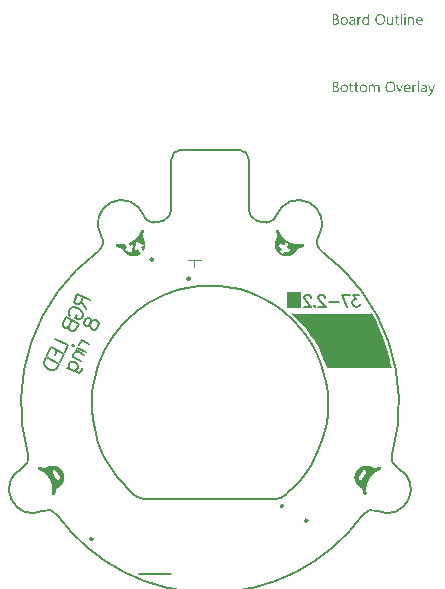
<source format=gbo>
G04*
G04 #@! TF.GenerationSoftware,Altium Limited,Altium Designer,21.9.2 (33)*
G04*
G04 Layer_Color=32896*
%FSAX25Y25*%
%MOIN*%
G70*
G04*
G04 #@! TF.SameCoordinates,769468AF-EC4D-4854-9D34-422089E218C9*
G04*
G04*
G04 #@! TF.FilePolarity,Positive*
G04*
G01*
G75*
%ADD11C,0.00787*%
%ADD40C,0.00984*%
%ADD70C,0.00394*%
%ADD71C,0.00630*%
%ADD72R,0.04909X0.05450*%
G36*
X0065056Y0129114D02*
X0065080D01*
X0065136Y0129089D01*
X0065167Y0129071D01*
X0065198Y0129046D01*
X0065204Y0129040D01*
X0065210Y0129033D01*
X0065241Y0128996D01*
X0065266Y0128934D01*
X0065272Y0128897D01*
X0065278Y0128860D01*
Y0128854D01*
Y0128841D01*
X0065272Y0128823D01*
X0065266Y0128798D01*
X0065247Y0128736D01*
X0065223Y0128705D01*
X0065198Y0128674D01*
X0065192D01*
X0065185Y0128662D01*
X0065148Y0128637D01*
X0065093Y0128612D01*
X0065056Y0128606D01*
X0065018Y0128600D01*
X0065000D01*
X0064981Y0128606D01*
X0064956D01*
X0064895Y0128631D01*
X0064864Y0128643D01*
X0064833Y0128668D01*
Y0128674D01*
X0064820Y0128681D01*
X0064808Y0128699D01*
X0064796Y0128718D01*
X0064771Y0128780D01*
X0064765Y0128817D01*
X0064758Y0128860D01*
Y0128866D01*
Y0128879D01*
X0064765Y0128897D01*
X0064771Y0128928D01*
X0064789Y0128984D01*
X0064808Y0129015D01*
X0064833Y0129046D01*
X0064839Y0129052D01*
X0064845Y0129058D01*
X0064882Y0129083D01*
X0064944Y0129108D01*
X0064981Y0129120D01*
X0065037D01*
X0065056Y0129114D01*
D02*
G37*
G36*
X0053066Y0125449D02*
X0052663D01*
Y0125870D01*
X0052651D01*
Y0125864D01*
X0052638Y0125852D01*
X0052620Y0125827D01*
X0052601Y0125796D01*
X0052570Y0125759D01*
X0052533Y0125722D01*
X0052490Y0125678D01*
X0052440Y0125635D01*
X0052385Y0125586D01*
X0052316Y0125542D01*
X0052248Y0125505D01*
X0052168Y0125468D01*
X0052087Y0125437D01*
X0051995Y0125412D01*
X0051896Y0125400D01*
X0051790Y0125394D01*
X0051747D01*
X0051710Y0125400D01*
X0051673Y0125406D01*
X0051623Y0125412D01*
X0051518Y0125437D01*
X0051394Y0125474D01*
X0051270Y0125536D01*
X0051202Y0125573D01*
X0051147Y0125617D01*
X0051085Y0125672D01*
X0051029Y0125728D01*
Y0125734D01*
X0051017Y0125747D01*
X0051004Y0125765D01*
X0050986Y0125790D01*
X0050967Y0125821D01*
X0050942Y0125864D01*
X0050918Y0125914D01*
X0050893Y0125969D01*
X0050862Y0126031D01*
X0050837Y0126099D01*
X0050812Y0126174D01*
X0050794Y0126254D01*
X0050775Y0126341D01*
X0050763Y0126440D01*
X0050757Y0126539D01*
X0050750Y0126644D01*
Y0126650D01*
Y0126669D01*
Y0126706D01*
X0050757Y0126749D01*
X0050763Y0126799D01*
X0050769Y0126861D01*
X0050775Y0126929D01*
X0050788Y0127003D01*
X0050825Y0127164D01*
X0050880Y0127331D01*
X0050918Y0127412D01*
X0050961Y0127492D01*
X0051004Y0127566D01*
X0051060Y0127641D01*
X0051066Y0127647D01*
X0051072Y0127659D01*
X0051091Y0127678D01*
X0051116Y0127703D01*
X0051147Y0127727D01*
X0051190Y0127758D01*
X0051233Y0127795D01*
X0051283Y0127832D01*
X0051407Y0127901D01*
X0051549Y0127963D01*
X0051629Y0127981D01*
X0051716Y0128000D01*
X0051803Y0128012D01*
X0051902Y0128018D01*
X0051951D01*
X0051988Y0128012D01*
X0052026Y0128006D01*
X0052075Y0128000D01*
X0052187Y0127969D01*
X0052310Y0127919D01*
X0052372Y0127888D01*
X0052434Y0127845D01*
X0052496Y0127802D01*
X0052552Y0127746D01*
X0052601Y0127684D01*
X0052651Y0127610D01*
X0052663D01*
Y0129170D01*
X0053066D01*
Y0125449D01*
D02*
G37*
G36*
X0067334Y0128012D02*
X0067408Y0128006D01*
X0067501Y0127987D01*
X0067600Y0127956D01*
X0067705Y0127907D01*
X0067810Y0127839D01*
X0067853Y0127802D01*
X0067897Y0127752D01*
X0067909Y0127740D01*
X0067934Y0127703D01*
X0067965Y0127641D01*
X0068008Y0127554D01*
X0068045Y0127449D01*
X0068082Y0127319D01*
X0068107Y0127164D01*
X0068113Y0126985D01*
Y0125449D01*
X0067711D01*
Y0126879D01*
Y0126885D01*
Y0126916D01*
X0067705Y0126954D01*
Y0127003D01*
X0067693Y0127065D01*
X0067680Y0127133D01*
X0067661Y0127207D01*
X0067637Y0127282D01*
X0067606Y0127356D01*
X0067569Y0127424D01*
X0067519Y0127492D01*
X0067463Y0127554D01*
X0067401Y0127603D01*
X0067321Y0127641D01*
X0067234Y0127672D01*
X0067129Y0127678D01*
X0067117D01*
X0067080Y0127672D01*
X0067024Y0127665D01*
X0066956Y0127647D01*
X0066875Y0127622D01*
X0066789Y0127579D01*
X0066708Y0127523D01*
X0066628Y0127449D01*
X0066622Y0127436D01*
X0066597Y0127412D01*
X0066566Y0127362D01*
X0066529Y0127294D01*
X0066492Y0127214D01*
X0066461Y0127114D01*
X0066436Y0127003D01*
X0066430Y0126879D01*
Y0125449D01*
X0066027D01*
Y0127963D01*
X0066430D01*
Y0127542D01*
X0066442D01*
X0066448Y0127548D01*
X0066454Y0127560D01*
X0066473Y0127585D01*
X0066498Y0127616D01*
X0066523Y0127653D01*
X0066560Y0127690D01*
X0066603Y0127734D01*
X0066653Y0127783D01*
X0066708Y0127826D01*
X0066770Y0127870D01*
X0066838Y0127907D01*
X0066913Y0127944D01*
X0066987Y0127975D01*
X0067074Y0128000D01*
X0067166Y0128012D01*
X0067265Y0128018D01*
X0067303D01*
X0067334Y0128012D01*
D02*
G37*
G36*
X0050336Y0128000D02*
X0050410Y0127994D01*
X0050453Y0127981D01*
X0050484Y0127969D01*
Y0127554D01*
X0050478Y0127560D01*
X0050466Y0127566D01*
X0050441Y0127579D01*
X0050410Y0127597D01*
X0050367Y0127610D01*
X0050311Y0127622D01*
X0050249Y0127628D01*
X0050181Y0127635D01*
X0050169D01*
X0050138Y0127628D01*
X0050088Y0127622D01*
X0050032Y0127603D01*
X0049958Y0127573D01*
X0049890Y0127529D01*
X0049816Y0127467D01*
X0049748Y0127387D01*
X0049742Y0127374D01*
X0049723Y0127343D01*
X0049692Y0127288D01*
X0049661Y0127214D01*
X0049630Y0127121D01*
X0049599Y0127003D01*
X0049580Y0126873D01*
X0049574Y0126725D01*
Y0125449D01*
X0049172D01*
Y0127963D01*
X0049574D01*
Y0127443D01*
X0049587D01*
Y0127449D01*
X0049593Y0127455D01*
X0049605Y0127486D01*
X0049624Y0127535D01*
X0049655Y0127597D01*
X0049686Y0127659D01*
X0049735Y0127727D01*
X0049785Y0127795D01*
X0049847Y0127857D01*
X0049853Y0127864D01*
X0049878Y0127882D01*
X0049915Y0127907D01*
X0049964Y0127932D01*
X0050020Y0127956D01*
X0050088Y0127981D01*
X0050162Y0128000D01*
X0050243Y0128006D01*
X0050299D01*
X0050336Y0128000D01*
D02*
G37*
G36*
X0061075Y0125449D02*
X0060673D01*
Y0125846D01*
X0060661D01*
Y0125839D01*
X0060648Y0125827D01*
X0060636Y0125802D01*
X0060611Y0125777D01*
X0060555Y0125703D01*
X0060469Y0125623D01*
X0060419Y0125579D01*
X0060364Y0125536D01*
X0060302Y0125499D01*
X0060227Y0125462D01*
X0060153Y0125437D01*
X0060073Y0125412D01*
X0059980Y0125400D01*
X0059887Y0125394D01*
X0059850D01*
X0059806Y0125400D01*
X0059745Y0125412D01*
X0059676Y0125425D01*
X0059602Y0125449D01*
X0059522Y0125480D01*
X0059441Y0125530D01*
X0059355Y0125586D01*
X0059274Y0125654D01*
X0059200Y0125740D01*
X0059132Y0125846D01*
X0059070Y0125963D01*
X0059026Y0126105D01*
X0059002Y0126273D01*
X0058989Y0126359D01*
Y0126458D01*
Y0127963D01*
X0059386D01*
Y0126520D01*
Y0126514D01*
Y0126489D01*
X0059392Y0126446D01*
X0059398Y0126397D01*
X0059404Y0126335D01*
X0059416Y0126273D01*
X0059435Y0126198D01*
X0059460Y0126124D01*
X0059497Y0126050D01*
X0059534Y0125982D01*
X0059584Y0125914D01*
X0059645Y0125852D01*
X0059714Y0125802D01*
X0059794Y0125765D01*
X0059893Y0125734D01*
X0059998Y0125728D01*
X0060011D01*
X0060048Y0125734D01*
X0060103Y0125740D01*
X0060165Y0125753D01*
X0060246Y0125784D01*
X0060326Y0125821D01*
X0060407Y0125870D01*
X0060481Y0125945D01*
X0060487Y0125957D01*
X0060512Y0125982D01*
X0060543Y0126031D01*
X0060580Y0126099D01*
X0060611Y0126180D01*
X0060642Y0126279D01*
X0060667Y0126390D01*
X0060673Y0126514D01*
Y0127963D01*
X0061075D01*
Y0125449D01*
D02*
G37*
G36*
X0065210D02*
X0064808D01*
Y0127963D01*
X0065210D01*
Y0125449D01*
D02*
G37*
G36*
X0063991D02*
X0063589D01*
Y0129170D01*
X0063991D01*
Y0125449D01*
D02*
G37*
G36*
X0047612Y0128012D02*
X0047668Y0128006D01*
X0047736Y0127987D01*
X0047810Y0127969D01*
X0047891Y0127938D01*
X0047977Y0127901D01*
X0048058Y0127851D01*
X0048138Y0127789D01*
X0048213Y0127715D01*
X0048281Y0127622D01*
X0048336Y0127517D01*
X0048380Y0127393D01*
X0048404Y0127251D01*
X0048417Y0127084D01*
Y0125449D01*
X0048015D01*
Y0125839D01*
X0048002D01*
Y0125833D01*
X0047990Y0125821D01*
X0047977Y0125796D01*
X0047953Y0125771D01*
X0047891Y0125697D01*
X0047810Y0125617D01*
X0047699Y0125536D01*
X0047569Y0125462D01*
X0047488Y0125437D01*
X0047408Y0125412D01*
X0047321Y0125400D01*
X0047228Y0125394D01*
X0047191D01*
X0047166Y0125400D01*
X0047098Y0125406D01*
X0047018Y0125418D01*
X0046919Y0125443D01*
X0046826Y0125474D01*
X0046727Y0125524D01*
X0046640Y0125586D01*
X0046634Y0125598D01*
X0046609Y0125623D01*
X0046572Y0125666D01*
X0046535Y0125728D01*
X0046498Y0125802D01*
X0046461Y0125889D01*
X0046436Y0125994D01*
X0046430Y0126112D01*
Y0126118D01*
Y0126143D01*
X0046436Y0126180D01*
X0046442Y0126223D01*
X0046455Y0126279D01*
X0046473Y0126341D01*
X0046498Y0126409D01*
X0046535Y0126477D01*
X0046578Y0126551D01*
X0046634Y0126626D01*
X0046702Y0126694D01*
X0046783Y0126755D01*
X0046876Y0126817D01*
X0046987Y0126867D01*
X0047111Y0126904D01*
X0047259Y0126935D01*
X0048015Y0127040D01*
Y0127046D01*
Y0127065D01*
X0048008Y0127102D01*
Y0127139D01*
X0047996Y0127189D01*
X0047990Y0127244D01*
X0047953Y0127362D01*
X0047922Y0127418D01*
X0047891Y0127473D01*
X0047847Y0127529D01*
X0047798Y0127579D01*
X0047736Y0127622D01*
X0047668Y0127653D01*
X0047587Y0127672D01*
X0047495Y0127678D01*
X0047451D01*
X0047420Y0127672D01*
X0047377D01*
X0047334Y0127659D01*
X0047222Y0127641D01*
X0047098Y0127603D01*
X0046962Y0127548D01*
X0046888Y0127511D01*
X0046820Y0127473D01*
X0046745Y0127424D01*
X0046677Y0127368D01*
Y0127783D01*
X0046684D01*
X0046696Y0127795D01*
X0046715Y0127808D01*
X0046745Y0127820D01*
X0046777Y0127839D01*
X0046820Y0127857D01*
X0046869Y0127876D01*
X0046925Y0127901D01*
X0047049Y0127944D01*
X0047197Y0127981D01*
X0047358Y0128006D01*
X0047532Y0128018D01*
X0047569D01*
X0047612Y0128012D01*
D02*
G37*
G36*
X0041923Y0128959D02*
X0041967D01*
X0042010Y0128953D01*
X0042109Y0128941D01*
X0042227Y0128910D01*
X0042351Y0128873D01*
X0042468Y0128817D01*
X0042573Y0128743D01*
X0042580D01*
X0042586Y0128730D01*
X0042617Y0128705D01*
X0042660Y0128656D01*
X0042710Y0128588D01*
X0042753Y0128501D01*
X0042796Y0128402D01*
X0042827Y0128291D01*
X0042840Y0128229D01*
Y0128161D01*
Y0128154D01*
Y0128148D01*
Y0128111D01*
X0042833Y0128055D01*
X0042821Y0127987D01*
X0042803Y0127901D01*
X0042772Y0127814D01*
X0042734Y0127727D01*
X0042679Y0127641D01*
X0042673Y0127628D01*
X0042648Y0127603D01*
X0042611Y0127566D01*
X0042561Y0127517D01*
X0042499Y0127467D01*
X0042425Y0127412D01*
X0042332Y0127368D01*
X0042233Y0127325D01*
Y0127319D01*
X0042252D01*
X0042270Y0127313D01*
X0042289Y0127306D01*
X0042357Y0127294D01*
X0042437Y0127269D01*
X0042524Y0127232D01*
X0042617Y0127189D01*
X0042710Y0127127D01*
X0042796Y0127046D01*
X0042809Y0127034D01*
X0042833Y0127003D01*
X0042864Y0126960D01*
X0042908Y0126892D01*
X0042945Y0126805D01*
X0042982Y0126706D01*
X0043007Y0126588D01*
X0043013Y0126458D01*
Y0126452D01*
Y0126440D01*
Y0126415D01*
X0043007Y0126384D01*
X0043001Y0126347D01*
X0042994Y0126304D01*
X0042970Y0126198D01*
X0042933Y0126081D01*
X0042877Y0125957D01*
X0042840Y0125901D01*
X0042796Y0125839D01*
X0042741Y0125784D01*
X0042685Y0125728D01*
X0042679D01*
X0042673Y0125716D01*
X0042654Y0125703D01*
X0042629Y0125685D01*
X0042598Y0125666D01*
X0042555Y0125641D01*
X0042462Y0125592D01*
X0042344Y0125536D01*
X0042208Y0125493D01*
X0042047Y0125462D01*
X0041967Y0125456D01*
X0041874Y0125449D01*
X0040846D01*
Y0128965D01*
X0041892D01*
X0041923Y0128959D01*
D02*
G37*
G36*
X0062419Y0127963D02*
X0063056D01*
Y0127616D01*
X0062419D01*
Y0126198D01*
Y0126186D01*
Y0126155D01*
X0062425Y0126112D01*
X0062431Y0126056D01*
X0062456Y0125938D01*
X0062474Y0125883D01*
X0062505Y0125839D01*
X0062511Y0125833D01*
X0062524Y0125821D01*
X0062542Y0125808D01*
X0062573Y0125790D01*
X0062611Y0125765D01*
X0062660Y0125753D01*
X0062722Y0125740D01*
X0062790Y0125734D01*
X0062815D01*
X0062846Y0125740D01*
X0062883Y0125747D01*
X0062969Y0125771D01*
X0063013Y0125790D01*
X0063056Y0125815D01*
Y0125468D01*
X0063050D01*
X0063031Y0125456D01*
X0063001Y0125449D01*
X0062957Y0125437D01*
X0062901Y0125425D01*
X0062840Y0125412D01*
X0062765Y0125406D01*
X0062679Y0125400D01*
X0062648D01*
X0062617Y0125406D01*
X0062573Y0125412D01*
X0062524Y0125425D01*
X0062468Y0125437D01*
X0062412Y0125462D01*
X0062350Y0125493D01*
X0062289Y0125530D01*
X0062227Y0125579D01*
X0062171Y0125635D01*
X0062121Y0125709D01*
X0062078Y0125790D01*
X0062047Y0125889D01*
X0062022Y0126000D01*
X0062016Y0126130D01*
Y0127616D01*
X0061589D01*
Y0127963D01*
X0062016D01*
Y0128575D01*
X0062419Y0128705D01*
Y0127963D01*
D02*
G37*
G36*
X0069946Y0128012D02*
X0069989Y0128006D01*
X0070032Y0128000D01*
X0070144Y0127981D01*
X0070267Y0127938D01*
X0070391Y0127882D01*
X0070453Y0127845D01*
X0070515Y0127802D01*
X0070571Y0127752D01*
X0070626Y0127696D01*
X0070633Y0127690D01*
X0070639Y0127684D01*
X0070651Y0127665D01*
X0070670Y0127641D01*
X0070688Y0127603D01*
X0070713Y0127566D01*
X0070738Y0127523D01*
X0070763Y0127467D01*
X0070788Y0127405D01*
X0070812Y0127343D01*
X0070837Y0127269D01*
X0070856Y0127189D01*
X0070874Y0127102D01*
X0070886Y0127015D01*
X0070899Y0126916D01*
Y0126811D01*
Y0126601D01*
X0069122D01*
Y0126595D01*
Y0126582D01*
Y0126564D01*
X0069129Y0126533D01*
X0069135Y0126496D01*
Y0126458D01*
X0069153Y0126359D01*
X0069184Y0126260D01*
X0069221Y0126149D01*
X0069277Y0126044D01*
X0069345Y0125951D01*
X0069358Y0125938D01*
X0069382Y0125914D01*
X0069432Y0125883D01*
X0069500Y0125839D01*
X0069587Y0125796D01*
X0069686Y0125765D01*
X0069803Y0125740D01*
X0069939Y0125728D01*
X0069983D01*
X0070014Y0125734D01*
X0070051D01*
X0070094Y0125740D01*
X0070199Y0125765D01*
X0070317Y0125796D01*
X0070447Y0125846D01*
X0070583Y0125914D01*
X0070651Y0125957D01*
X0070719Y0126006D01*
Y0125629D01*
X0070713D01*
X0070707Y0125617D01*
X0070688Y0125610D01*
X0070657Y0125592D01*
X0070626Y0125573D01*
X0070589Y0125555D01*
X0070540Y0125536D01*
X0070490Y0125511D01*
X0070428Y0125487D01*
X0070360Y0125468D01*
X0070212Y0125431D01*
X0070038Y0125406D01*
X0069847Y0125394D01*
X0069797D01*
X0069760Y0125400D01*
X0069717Y0125406D01*
X0069661Y0125412D01*
X0069543Y0125437D01*
X0069407Y0125474D01*
X0069271Y0125536D01*
X0069203Y0125579D01*
X0069135Y0125623D01*
X0069073Y0125672D01*
X0069011Y0125734D01*
X0069005Y0125740D01*
X0068999Y0125753D01*
X0068986Y0125771D01*
X0068961Y0125796D01*
X0068943Y0125833D01*
X0068918Y0125876D01*
X0068887Y0125926D01*
X0068862Y0125982D01*
X0068831Y0126044D01*
X0068807Y0126118D01*
X0068776Y0126198D01*
X0068757Y0126285D01*
X0068739Y0126378D01*
X0068720Y0126477D01*
X0068714Y0126582D01*
X0068708Y0126694D01*
Y0126700D01*
Y0126718D01*
Y0126749D01*
X0068714Y0126793D01*
X0068720Y0126842D01*
X0068726Y0126898D01*
X0068732Y0126966D01*
X0068751Y0127034D01*
X0068788Y0127183D01*
X0068844Y0127343D01*
X0068881Y0127424D01*
X0068931Y0127498D01*
X0068980Y0127579D01*
X0069036Y0127647D01*
X0069042Y0127653D01*
X0069054Y0127665D01*
X0069073Y0127684D01*
X0069098Y0127703D01*
X0069129Y0127734D01*
X0069166Y0127764D01*
X0069215Y0127795D01*
X0069265Y0127832D01*
X0069382Y0127901D01*
X0069525Y0127963D01*
X0069605Y0127981D01*
X0069686Y0128000D01*
X0069772Y0128012D01*
X0069865Y0128018D01*
X0069915D01*
X0069946Y0128012D01*
D02*
G37*
G36*
X0056903Y0129021D02*
X0056965Y0129015D01*
X0057039Y0129002D01*
X0057120Y0128984D01*
X0057207Y0128965D01*
X0057293Y0128941D01*
X0057392Y0128910D01*
X0057485Y0128866D01*
X0057584Y0128817D01*
X0057683Y0128761D01*
X0057776Y0128693D01*
X0057869Y0128619D01*
X0057956Y0128532D01*
X0057962Y0128526D01*
X0057974Y0128507D01*
X0057999Y0128482D01*
X0058024Y0128445D01*
X0058061Y0128396D01*
X0058098Y0128334D01*
X0058135Y0128266D01*
X0058178Y0128192D01*
X0058222Y0128099D01*
X0058259Y0128006D01*
X0058296Y0127901D01*
X0058333Y0127783D01*
X0058358Y0127665D01*
X0058383Y0127535D01*
X0058395Y0127393D01*
X0058401Y0127251D01*
Y0127238D01*
Y0127214D01*
Y0127170D01*
X0058395Y0127108D01*
X0058389Y0127034D01*
X0058376Y0126954D01*
X0058364Y0126861D01*
X0058346Y0126755D01*
X0058321Y0126650D01*
X0058290Y0126539D01*
X0058253Y0126427D01*
X0058209Y0126316D01*
X0058154Y0126198D01*
X0058092Y0126093D01*
X0058024Y0125988D01*
X0057943Y0125889D01*
X0057937Y0125883D01*
X0057925Y0125870D01*
X0057894Y0125846D01*
X0057863Y0125815D01*
X0057813Y0125771D01*
X0057758Y0125734D01*
X0057696Y0125685D01*
X0057621Y0125641D01*
X0057541Y0125598D01*
X0057448Y0125548D01*
X0057349Y0125511D01*
X0057238Y0125474D01*
X0057120Y0125437D01*
X0056996Y0125412D01*
X0056866Y0125400D01*
X0056724Y0125394D01*
X0056693D01*
X0056650Y0125400D01*
X0056600D01*
X0056538Y0125406D01*
X0056464Y0125418D01*
X0056383Y0125437D01*
X0056291Y0125456D01*
X0056198Y0125480D01*
X0056099Y0125511D01*
X0056000Y0125555D01*
X0055901Y0125598D01*
X0055801Y0125654D01*
X0055702Y0125722D01*
X0055610Y0125796D01*
X0055523Y0125883D01*
X0055517Y0125889D01*
X0055504Y0125908D01*
X0055480Y0125932D01*
X0055455Y0125969D01*
X0055418Y0126019D01*
X0055381Y0126081D01*
X0055343Y0126149D01*
X0055300Y0126229D01*
X0055257Y0126316D01*
X0055220Y0126409D01*
X0055182Y0126514D01*
X0055145Y0126632D01*
X0055121Y0126749D01*
X0055096Y0126879D01*
X0055083Y0127022D01*
X0055077Y0127164D01*
Y0127176D01*
Y0127201D01*
X0055083Y0127244D01*
Y0127306D01*
X0055090Y0127374D01*
X0055102Y0127461D01*
X0055114Y0127554D01*
X0055133Y0127653D01*
X0055158Y0127758D01*
X0055189Y0127870D01*
X0055226Y0127981D01*
X0055269Y0128093D01*
X0055325Y0128204D01*
X0055387Y0128315D01*
X0055455Y0128421D01*
X0055535Y0128520D01*
X0055541Y0128526D01*
X0055554Y0128544D01*
X0055585Y0128569D01*
X0055622Y0128600D01*
X0055665Y0128637D01*
X0055721Y0128681D01*
X0055789Y0128724D01*
X0055863Y0128773D01*
X0055950Y0128823D01*
X0056043Y0128866D01*
X0056142Y0128910D01*
X0056253Y0128947D01*
X0056377Y0128978D01*
X0056507Y0129009D01*
X0056643Y0129021D01*
X0056786Y0129027D01*
X0056854D01*
X0056903Y0129021D01*
D02*
G37*
G36*
X0044876Y0128012D02*
X0044919Y0128006D01*
X0044975Y0128000D01*
X0045099Y0127975D01*
X0045241Y0127932D01*
X0045384Y0127870D01*
X0045458Y0127832D01*
X0045526Y0127789D01*
X0045594Y0127734D01*
X0045656Y0127672D01*
X0045662Y0127665D01*
X0045669Y0127653D01*
X0045687Y0127635D01*
X0045706Y0127610D01*
X0045730Y0127573D01*
X0045755Y0127529D01*
X0045786Y0127480D01*
X0045817Y0127424D01*
X0045842Y0127356D01*
X0045873Y0127288D01*
X0045897Y0127207D01*
X0045922Y0127121D01*
X0045941Y0127028D01*
X0045959Y0126929D01*
X0045966Y0126824D01*
X0045972Y0126712D01*
Y0126706D01*
Y0126687D01*
Y0126656D01*
X0045966Y0126613D01*
X0045959Y0126564D01*
X0045953Y0126502D01*
X0045941Y0126440D01*
X0045928Y0126365D01*
X0045891Y0126217D01*
X0045829Y0126056D01*
X0045792Y0125976D01*
X0045743Y0125895D01*
X0045693Y0125821D01*
X0045631Y0125753D01*
X0045625Y0125747D01*
X0045613Y0125740D01*
X0045594Y0125722D01*
X0045569Y0125697D01*
X0045532Y0125672D01*
X0045495Y0125641D01*
X0045446Y0125604D01*
X0045390Y0125573D01*
X0045328Y0125542D01*
X0045260Y0125505D01*
X0045186Y0125474D01*
X0045105Y0125449D01*
X0045019Y0125425D01*
X0044926Y0125412D01*
X0044827Y0125400D01*
X0044721Y0125394D01*
X0044666D01*
X0044629Y0125400D01*
X0044585Y0125406D01*
X0044530Y0125412D01*
X0044468Y0125425D01*
X0044399Y0125437D01*
X0044257Y0125480D01*
X0044109Y0125542D01*
X0044034Y0125579D01*
X0043966Y0125629D01*
X0043898Y0125678D01*
X0043830Y0125740D01*
X0043824Y0125747D01*
X0043818Y0125759D01*
X0043799Y0125777D01*
X0043780Y0125802D01*
X0043756Y0125839D01*
X0043725Y0125883D01*
X0043694Y0125932D01*
X0043669Y0125988D01*
X0043638Y0126056D01*
X0043607Y0126124D01*
X0043576Y0126198D01*
X0043551Y0126285D01*
X0043514Y0126471D01*
X0043508Y0126570D01*
X0043502Y0126675D01*
Y0126681D01*
Y0126706D01*
Y0126737D01*
X0043508Y0126780D01*
X0043514Y0126830D01*
X0043521Y0126892D01*
X0043533Y0126960D01*
X0043545Y0127034D01*
X0043582Y0127195D01*
X0043644Y0127356D01*
X0043688Y0127436D01*
X0043731Y0127517D01*
X0043780Y0127591D01*
X0043842Y0127659D01*
X0043849Y0127665D01*
X0043861Y0127678D01*
X0043880Y0127690D01*
X0043904Y0127715D01*
X0043941Y0127740D01*
X0043985Y0127771D01*
X0044034Y0127808D01*
X0044090Y0127839D01*
X0044152Y0127870D01*
X0044226Y0127907D01*
X0044300Y0127938D01*
X0044387Y0127963D01*
X0044474Y0127987D01*
X0044573Y0128006D01*
X0044678Y0128012D01*
X0044783Y0128018D01*
X0044839D01*
X0044876Y0128012D01*
D02*
G37*
G36*
X0055783Y0105517D02*
X0055839Y0105504D01*
X0055901Y0105492D01*
X0055969Y0105467D01*
X0056049Y0105436D01*
X0056123Y0105393D01*
X0056204Y0105343D01*
X0056278Y0105275D01*
X0056346Y0105189D01*
X0056408Y0105089D01*
X0056464Y0104978D01*
X0056501Y0104836D01*
X0056532Y0104681D01*
X0056538Y0104501D01*
Y0102954D01*
X0056136D01*
Y0104396D01*
Y0104402D01*
Y0104415D01*
Y0104433D01*
Y0104464D01*
X0056129Y0104539D01*
X0056117Y0104625D01*
X0056105Y0104724D01*
X0056080Y0104823D01*
X0056049Y0104916D01*
X0056006Y0104997D01*
X0056000Y0105003D01*
X0055981Y0105028D01*
X0055950Y0105059D01*
X0055901Y0105089D01*
X0055845Y0105127D01*
X0055770Y0105151D01*
X0055678Y0105176D01*
X0055572Y0105182D01*
X0055560D01*
X0055529Y0105176D01*
X0055480Y0105170D01*
X0055418Y0105151D01*
X0055350Y0105127D01*
X0055275Y0105083D01*
X0055201Y0105028D01*
X0055133Y0104947D01*
X0055127Y0104935D01*
X0055108Y0104904D01*
X0055077Y0104854D01*
X0055046Y0104786D01*
X0055009Y0104706D01*
X0054984Y0104613D01*
X0054960Y0104501D01*
X0054953Y0104384D01*
Y0102954D01*
X0054551D01*
Y0104446D01*
Y0104452D01*
Y0104477D01*
X0054545Y0104514D01*
Y0104563D01*
X0054532Y0104619D01*
X0054520Y0104681D01*
X0054502Y0104743D01*
X0054483Y0104817D01*
X0054452Y0104885D01*
X0054415Y0104947D01*
X0054365Y0105009D01*
X0054310Y0105065D01*
X0054248Y0105114D01*
X0054167Y0105151D01*
X0054081Y0105176D01*
X0053982Y0105182D01*
X0053969D01*
X0053938Y0105176D01*
X0053889Y0105170D01*
X0053827Y0105158D01*
X0053759Y0105127D01*
X0053685Y0105089D01*
X0053610Y0105034D01*
X0053542Y0104959D01*
X0053536Y0104947D01*
X0053517Y0104922D01*
X0053486Y0104873D01*
X0053456Y0104805D01*
X0053425Y0104724D01*
X0053394Y0104625D01*
X0053375Y0104514D01*
X0053369Y0104384D01*
Y0102954D01*
X0052966D01*
Y0105467D01*
X0053369D01*
Y0105065D01*
X0053381D01*
X0053387Y0105071D01*
X0053394Y0105083D01*
X0053412Y0105108D01*
X0053431Y0105139D01*
X0053493Y0105207D01*
X0053579Y0105294D01*
X0053691Y0105380D01*
X0053821Y0105448D01*
X0053901Y0105479D01*
X0053982Y0105504D01*
X0054068Y0105517D01*
X0054161Y0105523D01*
X0054204D01*
X0054254Y0105517D01*
X0054316Y0105504D01*
X0054384Y0105486D01*
X0054458Y0105461D01*
X0054532Y0105430D01*
X0054607Y0105380D01*
X0054613Y0105374D01*
X0054638Y0105356D01*
X0054669Y0105325D01*
X0054712Y0105281D01*
X0054755Y0105226D01*
X0054799Y0105164D01*
X0054842Y0105089D01*
X0054873Y0105003D01*
X0054879Y0105009D01*
X0054885Y0105028D01*
X0054904Y0105052D01*
X0054922Y0105083D01*
X0054953Y0105127D01*
X0054991Y0105170D01*
X0055034Y0105213D01*
X0055083Y0105263D01*
X0055139Y0105312D01*
X0055201Y0105356D01*
X0055269Y0105405D01*
X0055343Y0105442D01*
X0055424Y0105473D01*
X0055511Y0105498D01*
X0055610Y0105517D01*
X0055709Y0105523D01*
X0055746D01*
X0055783Y0105517D01*
D02*
G37*
G36*
X0068658Y0105504D02*
X0068732Y0105498D01*
X0068776Y0105486D01*
X0068807Y0105473D01*
Y0105059D01*
X0068800Y0105065D01*
X0068788Y0105071D01*
X0068763Y0105083D01*
X0068732Y0105102D01*
X0068689Y0105114D01*
X0068633Y0105127D01*
X0068572Y0105133D01*
X0068503Y0105139D01*
X0068491D01*
X0068460Y0105133D01*
X0068410Y0105127D01*
X0068355Y0105108D01*
X0068281Y0105077D01*
X0068212Y0105034D01*
X0068138Y0104972D01*
X0068070Y0104891D01*
X0068064Y0104879D01*
X0068045Y0104848D01*
X0068014Y0104792D01*
X0067983Y0104718D01*
X0067952Y0104625D01*
X0067922Y0104508D01*
X0067903Y0104378D01*
X0067897Y0104229D01*
Y0102954D01*
X0067494D01*
Y0105467D01*
X0067897D01*
Y0104947D01*
X0067909D01*
Y0104953D01*
X0067915Y0104959D01*
X0067928Y0104990D01*
X0067946Y0105040D01*
X0067977Y0105102D01*
X0068008Y0105164D01*
X0068058Y0105232D01*
X0068107Y0105300D01*
X0068169Y0105362D01*
X0068175Y0105368D01*
X0068200Y0105387D01*
X0068237Y0105411D01*
X0068287Y0105436D01*
X0068342Y0105461D01*
X0068410Y0105486D01*
X0068485Y0105504D01*
X0068565Y0105510D01*
X0068621D01*
X0068658Y0105504D01*
D02*
G37*
G36*
X0073864Y0102552D02*
X0073858Y0102545D01*
X0073852Y0102521D01*
X0073833Y0102477D01*
X0073808Y0102428D01*
X0073777Y0102372D01*
X0073734Y0102304D01*
X0073691Y0102236D01*
X0073641Y0102162D01*
X0073579Y0102087D01*
X0073517Y0102019D01*
X0073443Y0101951D01*
X0073362Y0101895D01*
X0073282Y0101846D01*
X0073189Y0101803D01*
X0073096Y0101778D01*
X0072991Y0101772D01*
X0072935D01*
X0072898Y0101778D01*
X0072818Y0101790D01*
X0072731Y0101809D01*
Y0102168D01*
X0072737D01*
X0072756Y0102162D01*
X0072781Y0102155D01*
X0072812Y0102149D01*
X0072886Y0102131D01*
X0072966Y0102125D01*
X0072979D01*
X0073016Y0102131D01*
X0073072Y0102143D01*
X0073140Y0102168D01*
X0073214Y0102211D01*
X0073251Y0102242D01*
X0073288Y0102279D01*
X0073325Y0102316D01*
X0073362Y0102366D01*
X0073393Y0102422D01*
X0073424Y0102483D01*
X0073629Y0102954D01*
X0072645Y0105467D01*
X0073090D01*
X0073771Y0103530D01*
Y0103523D01*
X0073777Y0103511D01*
X0073783Y0103492D01*
X0073790Y0103468D01*
X0073796Y0103431D01*
X0073808Y0103393D01*
X0073821Y0103338D01*
X0073839D01*
Y0103350D01*
X0073852Y0103387D01*
X0073864Y0103443D01*
X0073889Y0103523D01*
X0074600Y0105467D01*
X0075015D01*
X0073864Y0102552D01*
D02*
G37*
G36*
X0063434Y0102954D02*
X0063038D01*
X0062084Y0105467D01*
X0062524D01*
X0063168Y0103641D01*
X0063174Y0103635D01*
X0063180Y0103610D01*
X0063192Y0103567D01*
X0063205Y0103523D01*
X0063217Y0103468D01*
X0063236Y0103406D01*
X0063254Y0103288D01*
X0063260D01*
Y0103294D01*
X0063267Y0103319D01*
X0063273Y0103356D01*
X0063279Y0103400D01*
X0063291Y0103455D01*
X0063304Y0103511D01*
X0063341Y0103629D01*
X0064009Y0105467D01*
X0064430D01*
X0063434Y0102954D01*
D02*
G37*
G36*
X0071456Y0105517D02*
X0071512Y0105510D01*
X0071580Y0105492D01*
X0071654Y0105473D01*
X0071734Y0105442D01*
X0071821Y0105405D01*
X0071902Y0105356D01*
X0071982Y0105294D01*
X0072056Y0105219D01*
X0072124Y0105127D01*
X0072180Y0105021D01*
X0072224Y0104898D01*
X0072248Y0104755D01*
X0072261Y0104588D01*
Y0102954D01*
X0071858D01*
Y0103344D01*
X0071846D01*
Y0103338D01*
X0071834Y0103325D01*
X0071821Y0103301D01*
X0071796Y0103276D01*
X0071734Y0103201D01*
X0071654Y0103121D01*
X0071543Y0103041D01*
X0071413Y0102966D01*
X0071332Y0102942D01*
X0071252Y0102917D01*
X0071165Y0102904D01*
X0071072Y0102898D01*
X0071035D01*
X0071010Y0102904D01*
X0070942Y0102911D01*
X0070862Y0102923D01*
X0070763Y0102948D01*
X0070670Y0102979D01*
X0070571Y0103028D01*
X0070484Y0103090D01*
X0070478Y0103103D01*
X0070453Y0103127D01*
X0070416Y0103171D01*
X0070379Y0103233D01*
X0070342Y0103307D01*
X0070305Y0103393D01*
X0070280Y0103499D01*
X0070274Y0103616D01*
Y0103622D01*
Y0103647D01*
X0070280Y0103684D01*
X0070286Y0103728D01*
X0070298Y0103783D01*
X0070317Y0103845D01*
X0070342Y0103913D01*
X0070379Y0103981D01*
X0070422Y0104056D01*
X0070478Y0104130D01*
X0070546Y0104198D01*
X0070626Y0104260D01*
X0070719Y0104322D01*
X0070831Y0104371D01*
X0070955Y0104409D01*
X0071103Y0104439D01*
X0071858Y0104545D01*
Y0104551D01*
Y0104569D01*
X0071852Y0104607D01*
Y0104644D01*
X0071840Y0104693D01*
X0071834Y0104749D01*
X0071796Y0104867D01*
X0071766Y0104922D01*
X0071734Y0104978D01*
X0071691Y0105034D01*
X0071642Y0105083D01*
X0071580Y0105127D01*
X0071512Y0105158D01*
X0071431Y0105176D01*
X0071338Y0105182D01*
X0071295D01*
X0071264Y0105176D01*
X0071221D01*
X0071177Y0105164D01*
X0071066Y0105145D01*
X0070942Y0105108D01*
X0070806Y0105052D01*
X0070732Y0105015D01*
X0070664Y0104978D01*
X0070589Y0104929D01*
X0070521Y0104873D01*
Y0105288D01*
X0070527D01*
X0070540Y0105300D01*
X0070558Y0105312D01*
X0070589Y0105325D01*
X0070620Y0105343D01*
X0070664Y0105362D01*
X0070713Y0105380D01*
X0070769Y0105405D01*
X0070893Y0105448D01*
X0071041Y0105486D01*
X0071202Y0105510D01*
X0071376Y0105523D01*
X0071413D01*
X0071456Y0105517D01*
D02*
G37*
G36*
X0069642Y0102954D02*
X0069240D01*
Y0106674D01*
X0069642D01*
Y0102954D01*
D02*
G37*
G36*
X0041923Y0106464D02*
X0041967D01*
X0042010Y0106457D01*
X0042109Y0106445D01*
X0042227Y0106414D01*
X0042351Y0106377D01*
X0042468Y0106321D01*
X0042573Y0106247D01*
X0042580D01*
X0042586Y0106235D01*
X0042617Y0106210D01*
X0042660Y0106160D01*
X0042710Y0106092D01*
X0042753Y0106006D01*
X0042796Y0105907D01*
X0042827Y0105795D01*
X0042840Y0105733D01*
Y0105665D01*
Y0105659D01*
Y0105653D01*
Y0105616D01*
X0042833Y0105560D01*
X0042821Y0105492D01*
X0042803Y0105405D01*
X0042772Y0105318D01*
X0042734Y0105232D01*
X0042679Y0105145D01*
X0042673Y0105133D01*
X0042648Y0105108D01*
X0042611Y0105071D01*
X0042561Y0105021D01*
X0042499Y0104972D01*
X0042425Y0104916D01*
X0042332Y0104873D01*
X0042233Y0104830D01*
Y0104823D01*
X0042252D01*
X0042270Y0104817D01*
X0042289Y0104811D01*
X0042357Y0104799D01*
X0042437Y0104774D01*
X0042524Y0104737D01*
X0042617Y0104693D01*
X0042710Y0104631D01*
X0042796Y0104551D01*
X0042809Y0104539D01*
X0042833Y0104508D01*
X0042864Y0104464D01*
X0042908Y0104396D01*
X0042945Y0104309D01*
X0042982Y0104210D01*
X0043007Y0104093D01*
X0043013Y0103963D01*
Y0103957D01*
Y0103944D01*
Y0103920D01*
X0043007Y0103889D01*
X0043001Y0103851D01*
X0042994Y0103808D01*
X0042970Y0103703D01*
X0042933Y0103585D01*
X0042877Y0103462D01*
X0042840Y0103406D01*
X0042796Y0103344D01*
X0042741Y0103288D01*
X0042685Y0103233D01*
X0042679D01*
X0042673Y0103220D01*
X0042654Y0103208D01*
X0042629Y0103189D01*
X0042598Y0103171D01*
X0042555Y0103146D01*
X0042462Y0103096D01*
X0042344Y0103041D01*
X0042208Y0102997D01*
X0042047Y0102966D01*
X0041967Y0102960D01*
X0041874Y0102954D01*
X0040846D01*
Y0106470D01*
X0041892D01*
X0041923Y0106464D01*
D02*
G37*
G36*
X0048850Y0105467D02*
X0049488D01*
Y0105120D01*
X0048850D01*
Y0103703D01*
Y0103691D01*
Y0103660D01*
X0048856Y0103616D01*
X0048862Y0103560D01*
X0048887Y0103443D01*
X0048906Y0103387D01*
X0048937Y0103344D01*
X0048943Y0103338D01*
X0048955Y0103325D01*
X0048974Y0103313D01*
X0049005Y0103294D01*
X0049042Y0103270D01*
X0049092Y0103257D01*
X0049153Y0103245D01*
X0049222Y0103239D01*
X0049246D01*
X0049277Y0103245D01*
X0049314Y0103251D01*
X0049401Y0103276D01*
X0049444Y0103294D01*
X0049488Y0103319D01*
Y0102972D01*
X0049481D01*
X0049463Y0102960D01*
X0049432Y0102954D01*
X0049389Y0102942D01*
X0049333Y0102929D01*
X0049271Y0102917D01*
X0049197Y0102911D01*
X0049110Y0102904D01*
X0049079D01*
X0049048Y0102911D01*
X0049005Y0102917D01*
X0048955Y0102929D01*
X0048900Y0102942D01*
X0048844Y0102966D01*
X0048782Y0102997D01*
X0048720Y0103034D01*
X0048658Y0103084D01*
X0048603Y0103140D01*
X0048553Y0103214D01*
X0048510Y0103294D01*
X0048479Y0103393D01*
X0048454Y0103505D01*
X0048448Y0103635D01*
Y0105120D01*
X0048021D01*
Y0105467D01*
X0048448D01*
Y0106080D01*
X0048850Y0106210D01*
Y0105467D01*
D02*
G37*
G36*
X0047148D02*
X0047785D01*
Y0105120D01*
X0047148D01*
Y0103703D01*
Y0103691D01*
Y0103660D01*
X0047154Y0103616D01*
X0047160Y0103560D01*
X0047185Y0103443D01*
X0047204Y0103387D01*
X0047234Y0103344D01*
X0047241Y0103338D01*
X0047253Y0103325D01*
X0047272Y0103313D01*
X0047303Y0103294D01*
X0047340Y0103270D01*
X0047389Y0103257D01*
X0047451Y0103245D01*
X0047519Y0103239D01*
X0047544D01*
X0047575Y0103245D01*
X0047612Y0103251D01*
X0047699Y0103276D01*
X0047742Y0103294D01*
X0047785Y0103319D01*
Y0102972D01*
X0047779D01*
X0047761Y0102960D01*
X0047730Y0102954D01*
X0047686Y0102942D01*
X0047631Y0102929D01*
X0047569Y0102917D01*
X0047495Y0102911D01*
X0047408Y0102904D01*
X0047377D01*
X0047346Y0102911D01*
X0047303Y0102917D01*
X0047253Y0102929D01*
X0047197Y0102942D01*
X0047142Y0102966D01*
X0047080Y0102997D01*
X0047018Y0103034D01*
X0046956Y0103084D01*
X0046900Y0103140D01*
X0046851Y0103214D01*
X0046807Y0103294D01*
X0046777Y0103393D01*
X0046752Y0103505D01*
X0046745Y0103635D01*
Y0105120D01*
X0046318D01*
Y0105467D01*
X0046745D01*
Y0106080D01*
X0047148Y0106210D01*
Y0105467D01*
D02*
G37*
G36*
X0065934Y0105517D02*
X0065978Y0105510D01*
X0066021Y0105504D01*
X0066133Y0105486D01*
X0066256Y0105442D01*
X0066380Y0105387D01*
X0066442Y0105350D01*
X0066504Y0105306D01*
X0066560Y0105257D01*
X0066615Y0105201D01*
X0066622Y0105195D01*
X0066628Y0105189D01*
X0066640Y0105170D01*
X0066659Y0105145D01*
X0066677Y0105108D01*
X0066702Y0105071D01*
X0066727Y0105028D01*
X0066752Y0104972D01*
X0066776Y0104910D01*
X0066801Y0104848D01*
X0066826Y0104774D01*
X0066844Y0104693D01*
X0066863Y0104607D01*
X0066875Y0104520D01*
X0066888Y0104421D01*
Y0104316D01*
Y0104105D01*
X0065111D01*
Y0104099D01*
Y0104087D01*
Y0104068D01*
X0065117Y0104037D01*
X0065124Y0104000D01*
Y0103963D01*
X0065142Y0103864D01*
X0065173Y0103765D01*
X0065210Y0103653D01*
X0065266Y0103548D01*
X0065334Y0103455D01*
X0065346Y0103443D01*
X0065371Y0103418D01*
X0065421Y0103387D01*
X0065489Y0103344D01*
X0065575Y0103301D01*
X0065675Y0103270D01*
X0065792Y0103245D01*
X0065928Y0103233D01*
X0065972D01*
X0066003Y0103239D01*
X0066040D01*
X0066083Y0103245D01*
X0066188Y0103270D01*
X0066306Y0103301D01*
X0066436Y0103350D01*
X0066572Y0103418D01*
X0066640Y0103462D01*
X0066708Y0103511D01*
Y0103133D01*
X0066702D01*
X0066696Y0103121D01*
X0066677Y0103115D01*
X0066646Y0103096D01*
X0066615Y0103078D01*
X0066578Y0103059D01*
X0066529Y0103041D01*
X0066479Y0103016D01*
X0066417Y0102991D01*
X0066349Y0102972D01*
X0066201Y0102935D01*
X0066027Y0102911D01*
X0065835Y0102898D01*
X0065786D01*
X0065749Y0102904D01*
X0065706Y0102911D01*
X0065650Y0102917D01*
X0065532Y0102942D01*
X0065396Y0102979D01*
X0065260Y0103041D01*
X0065192Y0103084D01*
X0065124Y0103127D01*
X0065062Y0103177D01*
X0065000Y0103239D01*
X0064994Y0103245D01*
X0064987Y0103257D01*
X0064975Y0103276D01*
X0064950Y0103301D01*
X0064932Y0103338D01*
X0064907Y0103381D01*
X0064876Y0103431D01*
X0064851Y0103486D01*
X0064820Y0103548D01*
X0064796Y0103622D01*
X0064765Y0103703D01*
X0064746Y0103790D01*
X0064727Y0103882D01*
X0064709Y0103981D01*
X0064703Y0104087D01*
X0064697Y0104198D01*
Y0104204D01*
Y0104223D01*
Y0104254D01*
X0064703Y0104297D01*
X0064709Y0104347D01*
X0064715Y0104402D01*
X0064721Y0104471D01*
X0064740Y0104539D01*
X0064777Y0104687D01*
X0064833Y0104848D01*
X0064870Y0104929D01*
X0064919Y0105003D01*
X0064969Y0105083D01*
X0065025Y0105151D01*
X0065031Y0105158D01*
X0065043Y0105170D01*
X0065062Y0105189D01*
X0065087Y0105207D01*
X0065117Y0105238D01*
X0065155Y0105269D01*
X0065204Y0105300D01*
X0065254Y0105337D01*
X0065371Y0105405D01*
X0065514Y0105467D01*
X0065594Y0105486D01*
X0065675Y0105504D01*
X0065761Y0105517D01*
X0065854Y0105523D01*
X0065904D01*
X0065934Y0105517D01*
D02*
G37*
G36*
X0060320Y0106526D02*
X0060382Y0106519D01*
X0060456Y0106507D01*
X0060537Y0106488D01*
X0060624Y0106470D01*
X0060710Y0106445D01*
X0060809Y0106414D01*
X0060902Y0106371D01*
X0061001Y0106321D01*
X0061100Y0106266D01*
X0061193Y0106198D01*
X0061286Y0106123D01*
X0061373Y0106037D01*
X0061379Y0106030D01*
X0061391Y0106012D01*
X0061416Y0105987D01*
X0061441Y0105950D01*
X0061478Y0105900D01*
X0061515Y0105839D01*
X0061552Y0105770D01*
X0061595Y0105696D01*
X0061639Y0105603D01*
X0061676Y0105510D01*
X0061713Y0105405D01*
X0061750Y0105288D01*
X0061775Y0105170D01*
X0061800Y0105040D01*
X0061812Y0104898D01*
X0061818Y0104755D01*
Y0104743D01*
Y0104718D01*
Y0104675D01*
X0061812Y0104613D01*
X0061806Y0104539D01*
X0061793Y0104458D01*
X0061781Y0104365D01*
X0061762Y0104260D01*
X0061738Y0104155D01*
X0061707Y0104043D01*
X0061670Y0103932D01*
X0061626Y0103821D01*
X0061571Y0103703D01*
X0061509Y0103598D01*
X0061441Y0103492D01*
X0061360Y0103393D01*
X0061354Y0103387D01*
X0061342Y0103375D01*
X0061311Y0103350D01*
X0061280Y0103319D01*
X0061230Y0103276D01*
X0061174Y0103239D01*
X0061112Y0103189D01*
X0061038Y0103146D01*
X0060958Y0103103D01*
X0060865Y0103053D01*
X0060766Y0103016D01*
X0060654Y0102979D01*
X0060537Y0102942D01*
X0060413Y0102917D01*
X0060283Y0102904D01*
X0060141Y0102898D01*
X0060110D01*
X0060066Y0102904D01*
X0060017D01*
X0059955Y0102911D01*
X0059881Y0102923D01*
X0059800Y0102942D01*
X0059707Y0102960D01*
X0059614Y0102985D01*
X0059516Y0103016D01*
X0059416Y0103059D01*
X0059317Y0103103D01*
X0059218Y0103158D01*
X0059119Y0103226D01*
X0059026Y0103301D01*
X0058940Y0103387D01*
X0058934Y0103393D01*
X0058921Y0103412D01*
X0058896Y0103437D01*
X0058872Y0103474D01*
X0058835Y0103523D01*
X0058797Y0103585D01*
X0058760Y0103653D01*
X0058717Y0103734D01*
X0058674Y0103821D01*
X0058636Y0103913D01*
X0058599Y0104019D01*
X0058562Y0104136D01*
X0058538Y0104254D01*
X0058513Y0104384D01*
X0058500Y0104526D01*
X0058494Y0104669D01*
Y0104681D01*
Y0104706D01*
X0058500Y0104749D01*
Y0104811D01*
X0058507Y0104879D01*
X0058519Y0104966D01*
X0058531Y0105059D01*
X0058550Y0105158D01*
X0058575Y0105263D01*
X0058606Y0105374D01*
X0058643Y0105486D01*
X0058686Y0105597D01*
X0058742Y0105709D01*
X0058804Y0105820D01*
X0058872Y0105925D01*
X0058952Y0106024D01*
X0058958Y0106030D01*
X0058971Y0106049D01*
X0059002Y0106074D01*
X0059039Y0106105D01*
X0059082Y0106142D01*
X0059138Y0106185D01*
X0059206Y0106228D01*
X0059280Y0106278D01*
X0059367Y0106327D01*
X0059460Y0106371D01*
X0059559Y0106414D01*
X0059670Y0106451D01*
X0059794Y0106482D01*
X0059924Y0106513D01*
X0060060Y0106526D01*
X0060203Y0106532D01*
X0060271D01*
X0060320Y0106526D01*
D02*
G37*
G36*
X0051227Y0105517D02*
X0051270Y0105510D01*
X0051326Y0105504D01*
X0051450Y0105479D01*
X0051592Y0105436D01*
X0051735Y0105374D01*
X0051809Y0105337D01*
X0051877Y0105294D01*
X0051945Y0105238D01*
X0052007Y0105176D01*
X0052013Y0105170D01*
X0052019Y0105158D01*
X0052038Y0105139D01*
X0052056Y0105114D01*
X0052081Y0105077D01*
X0052106Y0105034D01*
X0052137Y0104984D01*
X0052168Y0104929D01*
X0052193Y0104860D01*
X0052224Y0104792D01*
X0052248Y0104712D01*
X0052273Y0104625D01*
X0052292Y0104532D01*
X0052310Y0104433D01*
X0052316Y0104328D01*
X0052323Y0104217D01*
Y0104210D01*
Y0104192D01*
Y0104161D01*
X0052316Y0104118D01*
X0052310Y0104068D01*
X0052304Y0104006D01*
X0052292Y0103944D01*
X0052279Y0103870D01*
X0052242Y0103721D01*
X0052180Y0103560D01*
X0052143Y0103480D01*
X0052094Y0103400D01*
X0052044Y0103325D01*
X0051982Y0103257D01*
X0051976Y0103251D01*
X0051964Y0103245D01*
X0051945Y0103226D01*
X0051920Y0103201D01*
X0051883Y0103177D01*
X0051846Y0103146D01*
X0051797Y0103109D01*
X0051741Y0103078D01*
X0051679Y0103047D01*
X0051611Y0103010D01*
X0051537Y0102979D01*
X0051456Y0102954D01*
X0051369Y0102929D01*
X0051277Y0102917D01*
X0051178Y0102904D01*
X0051072Y0102898D01*
X0051017D01*
X0050980Y0102904D01*
X0050936Y0102911D01*
X0050880Y0102917D01*
X0050819Y0102929D01*
X0050750Y0102942D01*
X0050608Y0102985D01*
X0050459Y0103047D01*
X0050385Y0103084D01*
X0050317Y0103133D01*
X0050249Y0103183D01*
X0050181Y0103245D01*
X0050175Y0103251D01*
X0050169Y0103263D01*
X0050150Y0103282D01*
X0050131Y0103307D01*
X0050107Y0103344D01*
X0050076Y0103387D01*
X0050045Y0103437D01*
X0050020Y0103492D01*
X0049989Y0103560D01*
X0049958Y0103629D01*
X0049927Y0103703D01*
X0049902Y0103790D01*
X0049865Y0103975D01*
X0049859Y0104074D01*
X0049853Y0104180D01*
Y0104186D01*
Y0104210D01*
Y0104242D01*
X0049859Y0104285D01*
X0049865Y0104334D01*
X0049872Y0104396D01*
X0049884Y0104464D01*
X0049896Y0104539D01*
X0049933Y0104700D01*
X0049995Y0104860D01*
X0050039Y0104941D01*
X0050082Y0105021D01*
X0050131Y0105096D01*
X0050193Y0105164D01*
X0050200Y0105170D01*
X0050212Y0105182D01*
X0050230Y0105195D01*
X0050255Y0105219D01*
X0050292Y0105244D01*
X0050336Y0105275D01*
X0050385Y0105312D01*
X0050441Y0105343D01*
X0050503Y0105374D01*
X0050577Y0105411D01*
X0050651Y0105442D01*
X0050738Y0105467D01*
X0050825Y0105492D01*
X0050924Y0105510D01*
X0051029Y0105517D01*
X0051134Y0105523D01*
X0051190D01*
X0051227Y0105517D01*
D02*
G37*
G36*
X0044876D02*
X0044919Y0105510D01*
X0044975Y0105504D01*
X0045099Y0105479D01*
X0045241Y0105436D01*
X0045384Y0105374D01*
X0045458Y0105337D01*
X0045526Y0105294D01*
X0045594Y0105238D01*
X0045656Y0105176D01*
X0045662Y0105170D01*
X0045669Y0105158D01*
X0045687Y0105139D01*
X0045706Y0105114D01*
X0045730Y0105077D01*
X0045755Y0105034D01*
X0045786Y0104984D01*
X0045817Y0104929D01*
X0045842Y0104860D01*
X0045873Y0104792D01*
X0045897Y0104712D01*
X0045922Y0104625D01*
X0045941Y0104532D01*
X0045959Y0104433D01*
X0045966Y0104328D01*
X0045972Y0104217D01*
Y0104210D01*
Y0104192D01*
Y0104161D01*
X0045966Y0104118D01*
X0045959Y0104068D01*
X0045953Y0104006D01*
X0045941Y0103944D01*
X0045928Y0103870D01*
X0045891Y0103721D01*
X0045829Y0103560D01*
X0045792Y0103480D01*
X0045743Y0103400D01*
X0045693Y0103325D01*
X0045631Y0103257D01*
X0045625Y0103251D01*
X0045613Y0103245D01*
X0045594Y0103226D01*
X0045569Y0103201D01*
X0045532Y0103177D01*
X0045495Y0103146D01*
X0045446Y0103109D01*
X0045390Y0103078D01*
X0045328Y0103047D01*
X0045260Y0103010D01*
X0045186Y0102979D01*
X0045105Y0102954D01*
X0045019Y0102929D01*
X0044926Y0102917D01*
X0044827Y0102904D01*
X0044721Y0102898D01*
X0044666D01*
X0044629Y0102904D01*
X0044585Y0102911D01*
X0044530Y0102917D01*
X0044468Y0102929D01*
X0044399Y0102942D01*
X0044257Y0102985D01*
X0044109Y0103047D01*
X0044034Y0103084D01*
X0043966Y0103133D01*
X0043898Y0103183D01*
X0043830Y0103245D01*
X0043824Y0103251D01*
X0043818Y0103263D01*
X0043799Y0103282D01*
X0043780Y0103307D01*
X0043756Y0103344D01*
X0043725Y0103387D01*
X0043694Y0103437D01*
X0043669Y0103492D01*
X0043638Y0103560D01*
X0043607Y0103629D01*
X0043576Y0103703D01*
X0043551Y0103790D01*
X0043514Y0103975D01*
X0043508Y0104074D01*
X0043502Y0104180D01*
Y0104186D01*
Y0104210D01*
Y0104242D01*
X0043508Y0104285D01*
X0043514Y0104334D01*
X0043521Y0104396D01*
X0043533Y0104464D01*
X0043545Y0104539D01*
X0043582Y0104700D01*
X0043644Y0104860D01*
X0043688Y0104941D01*
X0043731Y0105021D01*
X0043780Y0105096D01*
X0043842Y0105164D01*
X0043849Y0105170D01*
X0043861Y0105182D01*
X0043880Y0105195D01*
X0043904Y0105219D01*
X0043941Y0105244D01*
X0043985Y0105275D01*
X0044034Y0105312D01*
X0044090Y0105343D01*
X0044152Y0105374D01*
X0044226Y0105411D01*
X0044300Y0105442D01*
X0044387Y0105467D01*
X0044474Y0105492D01*
X0044573Y0105510D01*
X0044678Y0105517D01*
X0044783Y0105523D01*
X0044839D01*
X0044876Y0105517D01*
D02*
G37*
G36*
X-0022417Y0057159D02*
X-0022355Y0057146D01*
X-0022295Y0057126D01*
X-0022238Y0057100D01*
X-0022183Y0057067D01*
X-0022133Y0057029D01*
X-0022087Y0056985D01*
X-0022047Y0056936D01*
X-0022012Y0056883D01*
X-0021984Y0056826D01*
X-0021962Y0056767D01*
X-0021947Y0056705D01*
X-0021938Y0056643D01*
X-0021937Y0056579D01*
X-0021943Y0056516D01*
X-0021956Y0056454D01*
X-0021971Y0056407D01*
X-0021971Y0056407D01*
X-0021971Y0056407D01*
X-0021990Y0056354D01*
X-0022082Y0056119D01*
X-0022181Y0055887D01*
X-0022181Y0055887D01*
X-0022181Y0055887D01*
X-0022183Y0055883D01*
X-0022183Y0055883D01*
X-0022210Y0055821D01*
X-0022251Y0055708D01*
X-0022286Y0055593D01*
X-0022314Y0055475D01*
X-0022334Y0055357D01*
X-0022347Y0055237D01*
X-0022354Y0055116D01*
X-0022352Y0054996D01*
X-0022344Y0054876D01*
X-0022328Y0054756D01*
X-0022305Y0054638D01*
X-0022275Y0054521D01*
X-0022238Y0054407D01*
X-0022194Y0054295D01*
X-0022144Y0054185D01*
X-0022095Y0054094D01*
X-0022095Y0054094D01*
X-0022029Y0053974D01*
X-0021954Y0053821D01*
X-0021885Y0053665D01*
X-0021823Y0053505D01*
X-0021768Y0053344D01*
X-0021720Y0053180D01*
X-0021680Y0053014D01*
X-0021647Y0052847D01*
X-0021621Y0052678D01*
X-0021602Y0052508D01*
X-0021591Y0052338D01*
X-0021587Y0052168D01*
X-0021591Y0051997D01*
X-0021602Y0051827D01*
X-0021621Y0051657D01*
X-0021647Y0051488D01*
X-0021680Y0051321D01*
X-0021720Y0051155D01*
X-0021768Y0050991D01*
X-0021823Y0050830D01*
X-0021885Y0050670D01*
X-0021954Y0050514D01*
X-0022029Y0050361D01*
X-0022111Y0050212D01*
X-0022200Y0050066D01*
X-0022206Y0050057D01*
X-0022859Y0051188D01*
X-0022199Y0051569D01*
X-0022199Y0051569D01*
X-0022170Y0051589D01*
X-0022145Y0051613D01*
X-0022124Y0051640D01*
X-0022107Y0051671D01*
X-0022095Y0051704D01*
X-0022089Y0051738D01*
X-0022088Y0051773D01*
X-0022093Y0051808D01*
X-0022103Y0051841D01*
X-0022118Y0051873D01*
X-0022137Y0051902D01*
X-0022161Y0051927D01*
X-0022189Y0051948D01*
X-0022220Y0051965D01*
X-0022223Y0051966D01*
X-0022223Y0051966D01*
X-0024334Y0052869D01*
X-0024334Y0052869D01*
X-0024363Y0052879D01*
X-0024398Y0052886D01*
X-0024433Y0052887D01*
X-0024467Y0052882D01*
X-0024501Y0052872D01*
X-0024532Y0052857D01*
X-0024561Y0052837D01*
X-0024587Y0052813D01*
X-0024608Y0052786D01*
X-0024624Y0052755D01*
X-0024636Y0052722D01*
X-0024642Y0052692D01*
X-0024642Y0052691D01*
X-0024918Y0050410D01*
X-0024918Y0050410D01*
X-0024918Y0050407D01*
X-0024919Y0050372D01*
X-0024915Y0050337D01*
X-0024905Y0050304D01*
X-0024890Y0050272D01*
X-0024870Y0050244D01*
X-0024846Y0050218D01*
X-0024818Y0050197D01*
X-0024788Y0050180D01*
X-0024755Y0050169D01*
X-0024720Y0050162D01*
X-0024685Y0050161D01*
X-0024651Y0050166D01*
X-0024617Y0050176D01*
X-0024586Y0050191D01*
X-0024586Y0050191D01*
X-0023926Y0050572D01*
X-0023075Y0049098D01*
X-0023118Y0049064D01*
X-0023255Y0048963D01*
X-0023397Y0048868D01*
X-0023543Y0048780D01*
X-0023693Y0048698D01*
X-0023846Y0048622D01*
X-0024002Y0048553D01*
X-0024161Y0048492D01*
X-0024323Y0048437D01*
X-0024487Y0048389D01*
X-0024652Y0048348D01*
X-0024820Y0048315D01*
X-0024988Y0048289D01*
X-0025158Y0048270D01*
X-0025328Y0048259D01*
X-0025499Y0048256D01*
X-0025670Y0048259D01*
X-0025840Y0048270D01*
X-0026010Y0048289D01*
X-0026178Y0048315D01*
X-0026346Y0048348D01*
X-0026512Y0048389D01*
X-0026675Y0048437D01*
X-0026837Y0048492D01*
X-0026996Y0048553D01*
X-0027152Y0048622D01*
X-0027305Y0048698D01*
X-0027455Y0048780D01*
X-0027601Y0048868D01*
X-0027743Y0048963D01*
X-0027880Y0049064D01*
X-0028014Y0049171D01*
X-0028142Y0049283D01*
X-0028265Y0049401D01*
X-0028383Y0049525D01*
X-0028496Y0049653D01*
X-0028603Y0049786D01*
X-0028704Y0049924D01*
X-0028798Y0050066D01*
X-0028871Y0050186D01*
X-0028871Y0050186D01*
X-0028927Y0050275D01*
X-0028996Y0050374D01*
X-0029071Y0050468D01*
X-0029152Y0050557D01*
X-0029238Y0050642D01*
X-0029329Y0050721D01*
X-0029425Y0050794D01*
X-0029525Y0050861D01*
X-0029628Y0050923D01*
X-0029736Y0050977D01*
X-0029846Y0051026D01*
X-0029959Y0051068D01*
X-0030074Y0051102D01*
X-0030192Y0051130D01*
X-0030310Y0051150D01*
X-0030376Y0051158D01*
X-0030376Y0051158D01*
X-0030380Y0051158D01*
X-0030380Y0051158D01*
X-0030623Y0051188D01*
X-0030873Y0051226D01*
X-0030928Y0051236D01*
X-0030928Y0051236D01*
X-0030928Y0051236D01*
D01*
X-0030928Y0051236D01*
X-0030976Y0051246D01*
X-0031036Y0051266D01*
X-0031094Y0051292D01*
X-0031148Y0051325D01*
X-0031198Y0051363D01*
X-0031243Y0051407D01*
X-0031283Y0051455D01*
X-0031318Y0051508D01*
X-0031346Y0051565D01*
X-0031368Y0051624D01*
X-0031383Y0051685D01*
X-0031392Y0051748D01*
X-0031393Y0051811D01*
X-0031387Y0051873D01*
X-0031374Y0051935D01*
X-0031354Y0051995D01*
X-0031328Y0052052D01*
X-0031296Y0052106D01*
X-0031257Y0052157D01*
X-0031213Y0052202D01*
X-0031165Y0052242D01*
X-0031112Y0052277D01*
X-0031056Y0052305D01*
X-0030997Y0052327D01*
X-0030935Y0052342D01*
X-0030873Y0052350D01*
X-0030810Y0052352D01*
X-0030747Y0052346D01*
X-0030733Y0052343D01*
X-0030733Y0052343D01*
X-0030733Y0052343D01*
X-0030659Y0052330D01*
X-0030435Y0052297D01*
X-0030210Y0052271D01*
X-0029985Y0052253D01*
X-0029759Y0052241D01*
X-0029532Y0052238D01*
X-0029306Y0052241D01*
X-0029080Y0052253D01*
X-0028855Y0052271D01*
X-0028630Y0052297D01*
X-0028406Y0052330D01*
X-0028346Y0052341D01*
X-0027626Y0051093D01*
X-0028286Y0050712D01*
X-0028286Y0050712D01*
X-0028315Y0050692D01*
X-0028340Y0050668D01*
X-0028361Y0050640D01*
X-0028378Y0050610D01*
X-0028390Y0050577D01*
X-0028396Y0050542D01*
X-0028397Y0050508D01*
X-0028392Y0050473D01*
X-0028382Y0050440D01*
X-0028367Y0050408D01*
X-0028348Y0050379D01*
X-0028324Y0050354D01*
X-0028296Y0050333D01*
X-0028265Y0050316D01*
X-0028262Y0050315D01*
X-0028262Y0050315D01*
X-0026151Y0049412D01*
X-0026151Y0049412D01*
X-0026121Y0049402D01*
X-0026087Y0049395D01*
X-0026052Y0049394D01*
X-0026017Y0049399D01*
X-0025984Y0049409D01*
X-0025953Y0049424D01*
X-0025924Y0049444D01*
X-0025898Y0049468D01*
X-0025877Y0049495D01*
X-0025861Y0049526D01*
X-0025849Y0049559D01*
X-0025843Y0049589D01*
X-0025843Y0049590D01*
X-0025567Y0051871D01*
X-0025567Y0051871D01*
X-0025567Y0051874D01*
X-0025566Y0051909D01*
X-0025570Y0051943D01*
X-0025580Y0051977D01*
X-0025595Y0052008D01*
X-0025615Y0052037D01*
X-0025639Y0052063D01*
X-0025667Y0052084D01*
X-0025697Y0052100D01*
X-0025730Y0052112D01*
X-0025765Y0052118D01*
X-0025800Y0052119D01*
X-0025834Y0052115D01*
X-0025868Y0052105D01*
X-0025899Y0052090D01*
X-0025899Y0052090D01*
X-0026559Y0051709D01*
X-0027116Y0052674D01*
X-0027096Y0052681D01*
X-0026886Y0052764D01*
X-0026678Y0052854D01*
X-0026474Y0052951D01*
X-0026272Y0053054D01*
X-0026074Y0053164D01*
X-0025880Y0053281D01*
X-0025690Y0053403D01*
X-0025504Y0053532D01*
X-0025322Y0053667D01*
X-0025145Y0053807D01*
X-0024972Y0053954D01*
X-0024805Y0054106D01*
X-0024642Y0054263D01*
X-0024485Y0054426D01*
X-0024333Y0054594D01*
X-0024186Y0054766D01*
X-0024046Y0054943D01*
X-0023911Y0055125D01*
X-0023782Y0055311D01*
X-0023660Y0055501D01*
X-0023543Y0055696D01*
X-0023433Y0055893D01*
X-0023330Y0056095D01*
X-0023233Y0056299D01*
X-0023143Y0056507D01*
X-0023060Y0056717D01*
X-0023033Y0056792D01*
X-0023033Y0056793D01*
X-0023032Y0056793D01*
X-0023028Y0056807D01*
X-0023001Y0056864D01*
X-0022968Y0056919D01*
X-0022930Y0056969D01*
X-0022886Y0057015D01*
X-0022837Y0057055D01*
X-0022784Y0057090D01*
X-0022728Y0057118D01*
X-0022668Y0057140D01*
X-0022607Y0057156D01*
X-0022544Y0057164D01*
X-0022480Y0057165D01*
X-0022417Y0057159D01*
D02*
G37*
G36*
X0022539Y0057156D02*
X0022602Y0057148D01*
X0022663Y0057133D01*
X0022722Y0057111D01*
X0022779Y0057082D01*
X0022831Y0057048D01*
X0022880Y0057008D01*
X0022924Y0056962D01*
X0022962Y0056912D01*
X0022995Y0056858D01*
X0023021Y0056801D01*
X0023025Y0056788D01*
X0023026Y0056788D01*
X0023026Y0056787D01*
X0023051Y0056717D01*
X0023135Y0056506D01*
X0023225Y0056299D01*
X0023321Y0056094D01*
X0023425Y0055893D01*
X0023535Y0055695D01*
X0023651Y0055501D01*
X0023774Y0055311D01*
X0023902Y0055125D01*
X0024037Y0054943D01*
X0024178Y0054765D01*
X0024324Y0054593D01*
X0024476Y0054425D01*
X0024634Y0054263D01*
X0024796Y0054105D01*
X0024964Y0053953D01*
X0025137Y0053807D01*
X0025314Y0053666D01*
X0025496Y0053531D01*
X0025682Y0053403D01*
X0025872Y0053280D01*
X0026066Y0053164D01*
X0026264Y0053054D01*
X0026465Y0052950D01*
X0026670Y0052854D01*
X0026877Y0052763D01*
X0027088Y0052680D01*
X0027301Y0052604D01*
X0027516Y0052535D01*
X0027734Y0052473D01*
X0027953Y0052418D01*
X0028175Y0052370D01*
X0028397Y0052329D01*
X0028621Y0052296D01*
X0028846Y0052270D01*
X0029072Y0052252D01*
X0029298Y0052241D01*
X0029524Y0052237D01*
X0029750Y0052241D01*
X0029976Y0052252D01*
X0030202Y0052270D01*
X0030427Y0052296D01*
X0030650Y0052329D01*
X0030729Y0052344D01*
X0030729Y0052344D01*
X0030730Y0052343D01*
X0030744Y0052346D01*
X0030807Y0052352D01*
X0030871Y0052351D01*
X0030933Y0052343D01*
X0030995Y0052327D01*
X0031054Y0052305D01*
X0031111Y0052277D01*
X0031164Y0052242D01*
X0031213Y0052202D01*
X0031256Y0052156D01*
X0031295Y0052106D01*
X0031328Y0052052D01*
X0031354Y0051994D01*
X0031374Y0051934D01*
X0031387Y0051872D01*
X0031393Y0051809D01*
X0031392Y0051745D01*
X0031383Y0051683D01*
X0031368Y0051621D01*
X0031346Y0051562D01*
X0031318Y0051505D01*
X0031283Y0051452D01*
X0031242Y0051403D01*
X0031197Y0051359D01*
X0031147Y0051321D01*
X0031092Y0051288D01*
X0031035Y0051262D01*
X0030975Y0051242D01*
X0030926Y0051232D01*
X0030926Y0051232D01*
D01*
X0030926Y0051232D01*
X0030926Y0051232D01*
X0030871Y0051222D01*
X0030621Y0051183D01*
X0030371Y0051153D01*
X0030371D01*
X0030371Y0051153D01*
X0030367Y0051153D01*
X0030366Y0051152D01*
X0030299Y0051145D01*
X0030180Y0051125D01*
X0030063Y0051097D01*
X0029948Y0051062D01*
X0029835Y0051021D01*
X0029724Y0050972D01*
X0029617Y0050917D01*
X0029513Y0050856D01*
X0029414Y0050789D01*
X0029318Y0050715D01*
X0029227Y0050636D01*
X0029141Y0050552D01*
X0029060Y0050463D01*
X0028985Y0050368D01*
X0028916Y0050270D01*
X0028861Y0050182D01*
X0028861Y0050182D01*
X0028790Y0050065D01*
X0028695Y0049923D01*
X0028594Y0049786D01*
X0028487Y0049652D01*
X0028375Y0049524D01*
X0028257Y0049401D01*
X0028133Y0049283D01*
X0028005Y0049170D01*
X0027872Y0049063D01*
X0027734Y0048963D01*
X0027593Y0048868D01*
X0027447Y0048779D01*
X0027297Y0048697D01*
X0027144Y0048622D01*
X0026988Y0048553D01*
X0026829Y0048491D01*
X0026667Y0048436D01*
X0026503Y0048388D01*
X0026337Y0048348D01*
X0026170Y0048314D01*
X0026001Y0048289D01*
X0025832Y0048270D01*
X0025661Y0048259D01*
X0025491Y0048255D01*
X0025320Y0048259D01*
X0025150Y0048270D01*
X0024980Y0048289D01*
X0024811Y0048314D01*
X0024644Y0048348D01*
X0024478Y0048388D01*
X0024314Y0048436D01*
X0024153Y0048491D01*
X0023994Y0048553D01*
X0023837Y0048622D01*
X0023684Y0048697D01*
X0023535Y0048779D01*
X0023389Y0048868D01*
X0023247Y0048963D01*
X0023109Y0049063D01*
X0022976Y0049170D01*
X0022848Y0049283D01*
X0022725Y0049401D01*
X0022606Y0049524D01*
X0022494Y0049652D01*
X0022387Y0049786D01*
X0022286Y0049923D01*
X0022191Y0050065D01*
X0022103Y0050211D01*
X0022021Y0050361D01*
X0021945Y0050514D01*
X0021876Y0050670D01*
X0021815Y0050829D01*
X0021760Y0050991D01*
X0021712Y0051155D01*
X0021671Y0051320D01*
X0021638Y0051488D01*
X0021612Y0051656D01*
X0021594Y0051826D01*
X0021582Y0051996D01*
X0021579Y0052167D01*
X0021582Y0052338D01*
X0021594Y0052508D01*
X0021612Y0052678D01*
X0021638Y0052846D01*
X0021671Y0053014D01*
X0021712Y0053180D01*
X0021760Y0053343D01*
X0021815Y0053505D01*
X0021877Y0053664D01*
X0021945Y0053820D01*
X0022021Y0053973D01*
X0022088Y0054097D01*
X0022088Y0054097D01*
X0022138Y0054189D01*
X0022189Y0054299D01*
X0022232Y0054411D01*
X0022269Y0054526D01*
X0022299Y0054642D01*
X0022322Y0054760D01*
X0022338Y0054880D01*
X0022347Y0055000D01*
X0022348Y0055121D01*
X0022342Y0055241D01*
X0022328Y0055361D01*
X0022308Y0055479D01*
X0022280Y0055597D01*
X0022246Y0055712D01*
X0022204Y0055825D01*
X0022178Y0055885D01*
X0022177Y0055886D01*
X0022176Y0055889D01*
X0022176Y0055889D01*
X0022080Y0056115D01*
X0021988Y0056350D01*
X0021969Y0056403D01*
X0021969Y0056403D01*
X0021954Y0056450D01*
X0021941Y0056511D01*
X0021935Y0056574D01*
X0021936Y0056637D01*
X0021945Y0056700D01*
X0021960Y0056761D01*
X0021982Y0056820D01*
X0022010Y0056877D01*
X0022045Y0056929D01*
X0022085Y0056978D01*
X0022130Y0057022D01*
X0022181Y0057060D01*
X0022234Y0057093D01*
X0022292Y0057119D01*
X0022352Y0057139D01*
X0022413Y0057152D01*
X0022476Y0057157D01*
X0022539Y0057156D01*
D02*
G37*
G36*
X-0028871Y0050186D02*
X-0028872D01*
X-0028871D01*
D01*
D02*
G37*
G36*
X-0028872Y0050186D02*
Y0050186D01*
X-0028872Y0050186D01*
X-0028872Y0050186D01*
D02*
G37*
G36*
X-0002756Y0046555D02*
X-0004921Y0046555D01*
X-0004921Y0044193D01*
X-0005315D01*
Y0046555D01*
X-0007480D01*
Y0047047D01*
X-0002756D01*
X-0002756Y0046555D01*
D02*
G37*
G36*
X0054071Y0029149D02*
X0055202Y0027054D01*
X0057141Y0022704D01*
X0058746Y0018220D01*
X0060009Y0013628D01*
X0060466Y0011291D01*
X0038878Y0011291D01*
X0038878Y0011291D01*
X0038452Y0012576D01*
X0037466Y0015097D01*
X0036307Y0017543D01*
X0034980Y0019903D01*
X0033492Y0022164D01*
X0031849Y0024316D01*
X0030061Y0026347D01*
X0028135Y0028249D01*
X0027123Y0029149D01*
X0054071Y0029149D01*
X0054071Y0029149D01*
D02*
G37*
G36*
X-0052296Y-0021488D02*
X-0052126Y-0021499D01*
X-0051956Y-0021517D01*
X-0051788Y-0021543D01*
X-0051620Y-0021577D01*
X-0051455Y-0021617D01*
X-0051291Y-0021665D01*
X-0051129Y-0021720D01*
X-0050970Y-0021782D01*
X-0050814Y-0021850D01*
X-0050661Y-0021926D01*
X-0050511Y-0022008D01*
X-0050365Y-0022097D01*
X-0050223Y-0022191D01*
X-0050086Y-0022292D01*
X-0049952Y-0022399D01*
X-0049824Y-0022512D01*
X-0049701Y-0022630D01*
X-0049583Y-0022753D01*
X-0049470Y-0022881D01*
X-0049363Y-0023014D01*
X-0049262Y-0023152D01*
X-0049168Y-0023294D01*
X-0049079Y-0023440D01*
X-0048997Y-0023589D01*
X-0048921Y-0023743D01*
X-0048853Y-0023899D01*
X-0048791Y-0024058D01*
X-0048736Y-0024219D01*
X-0048688Y-0024383D01*
X-0048648Y-0024549D01*
X-0048614Y-0024717D01*
X-0048588Y-0024885D01*
X-0048570Y-0025055D01*
X-0048559Y-0025225D01*
X-0048555Y-0025396D01*
X-0048559Y-0025567D01*
X-0048570Y-0025737D01*
X-0048588Y-0025907D01*
X-0048614Y-0026075D01*
X-0048648Y-0026243D01*
X-0048688Y-0026408D01*
X-0048736Y-0026572D01*
X-0048791Y-0026734D01*
X-0048853Y-0026893D01*
X-0048921Y-0027049D01*
X-0048997Y-0027202D01*
X-0049079Y-0027352D01*
X-0049168Y-0027498D01*
X-0049262Y-0027640D01*
X-0049363Y-0027777D01*
X-0049470Y-0027910D01*
X-0049583Y-0028039D01*
X-0049701Y-0028162D01*
X-0049824Y-0028280D01*
X-0049952Y-0028393D01*
X-0050086Y-0028499D01*
X-0050223Y-0028600D01*
X-0050365Y-0028695D01*
X-0050485Y-0028768D01*
X-0050485Y-0028768D01*
X-0050575Y-0028824D01*
X-0050673Y-0028893D01*
X-0050767Y-0028968D01*
X-0050857Y-0029049D01*
X-0050941Y-0029135D01*
X-0051020Y-0029226D01*
X-0051093Y-0029322D01*
X-0051161Y-0029421D01*
X-0051222Y-0029525D01*
X-0051277Y-0029632D01*
X-0051325Y-0029743D01*
X-0051367Y-0029856D01*
X-0051402Y-0029971D01*
X-0051429Y-0030088D01*
X-0051450Y-0030207D01*
X-0051457Y-0030273D01*
X-0051457Y-0030273D01*
X-0051458Y-0030277D01*
X-0051458Y-0030277D01*
X-0051487Y-0030520D01*
X-0051525Y-0030770D01*
X-0051535Y-0030825D01*
X-0051535Y-0030825D01*
X-0051535Y-0030825D01*
X-0051535Y-0030825D01*
X-0051546Y-0030873D01*
X-0051565Y-0030933D01*
X-0051591Y-0030990D01*
X-0051624Y-0031044D01*
X-0051662Y-0031095D01*
X-0051706Y-0031140D01*
X-0051755Y-0031180D01*
X-0051808Y-0031215D01*
X-0051864Y-0031243D01*
X-0051923Y-0031265D01*
X-0051984Y-0031280D01*
X-0052047Y-0031288D01*
X-0052110Y-0031290D01*
X-0052173Y-0031284D01*
X-0052235Y-0031271D01*
X-0052294Y-0031251D01*
X-0052352Y-0031225D01*
X-0052406Y-0031192D01*
X-0052456Y-0031154D01*
X-0052501Y-0031110D01*
X-0052542Y-0031062D01*
X-0052576Y-0031009D01*
X-0052605Y-0030953D01*
X-0052627Y-0030893D01*
X-0052642Y-0030832D01*
X-0052650Y-0030770D01*
X-0052651Y-0030707D01*
X-0052645Y-0030644D01*
X-0052642Y-0030630D01*
X-0052643Y-0030630D01*
X-0052643Y-0030629D01*
X-0052629Y-0030556D01*
X-0052596Y-0030332D01*
X-0052570Y-0030107D01*
X-0052552Y-0029881D01*
X-0052541Y-0029655D01*
X-0052537Y-0029429D01*
X-0052541Y-0029203D01*
X-0052552Y-0028977D01*
X-0052570Y-0028751D01*
X-0052596Y-0028526D01*
X-0052629Y-0028303D01*
X-0052670Y-0028080D01*
X-0052718Y-0027859D01*
X-0052773Y-0027639D01*
X-0052835Y-0027422D01*
X-0052904Y-0027206D01*
X-0052980Y-0026993D01*
X-0053063Y-0026783D01*
X-0053154Y-0026575D01*
X-0053250Y-0026370D01*
X-0053354Y-0026169D01*
X-0053464Y-0025971D01*
X-0053580Y-0025777D01*
X-0053703Y-0025587D01*
X-0053831Y-0025401D01*
X-0053966Y-0025219D01*
X-0054107Y-0025042D01*
X-0054253Y-0024869D01*
X-0054405Y-0024702D01*
X-0054563Y-0024539D01*
X-0054725Y-0024382D01*
X-0054893Y-0024230D01*
X-0055066Y-0024083D01*
X-0055243Y-0023943D01*
X-0055424Y-0023808D01*
X-0055611Y-0023679D01*
X-0055801Y-0023556D01*
X-0055995Y-0023440D01*
X-0056193Y-0023330D01*
X-0056394Y-0023227D01*
X-0056599Y-0023130D01*
X-0056806Y-0023040D01*
X-0057017Y-0022957D01*
X-0057092Y-0022930D01*
X-0057092Y-0022930D01*
X-0057092Y-0022929D01*
X-0057106Y-0022924D01*
X-0057164Y-0022898D01*
X-0057218Y-0022865D01*
X-0057268Y-0022827D01*
X-0057314Y-0022783D01*
X-0057354Y-0022734D01*
X-0057389Y-0022681D01*
X-0057418Y-0022624D01*
X-0057440Y-0022565D01*
X-0057455Y-0022503D01*
X-0057463Y-0022441D01*
X-0057464Y-0022377D01*
X-0057459Y-0022314D01*
X-0057446Y-0022252D01*
X-0057426Y-0022192D01*
X-0057399Y-0022134D01*
X-0057367Y-0022080D01*
X-0057328Y-0022030D01*
X-0057284Y-0021984D01*
X-0057235Y-0021944D01*
X-0057182Y-0021909D01*
X-0057126Y-0021881D01*
X-0057066Y-0021859D01*
X-0057005Y-0021843D01*
X-0056942Y-0021835D01*
X-0056879Y-0021834D01*
X-0056816Y-0021840D01*
X-0056754Y-0021853D01*
X-0056707Y-0021868D01*
X-0056707Y-0021868D01*
X-0056707Y-0021868D01*
X-0056654Y-0021887D01*
X-0056418Y-0021979D01*
X-0056186Y-0022078D01*
X-0056186Y-0022078D01*
X-0056186Y-0022078D01*
X-0056183Y-0022079D01*
X-0056182Y-0022079D01*
X-0056120Y-0022106D01*
X-0056007Y-0022148D01*
X-0055892Y-0022183D01*
X-0055775Y-0022210D01*
X-0055656Y-0022231D01*
X-0055536Y-0022244D01*
X-0055416Y-0022250D01*
X-0055295Y-0022249D01*
X-0055175Y-0022241D01*
X-0055056Y-0022225D01*
X-0054937Y-0022202D01*
X-0054821Y-0022172D01*
X-0054706Y-0022135D01*
X-0054594Y-0022091D01*
X-0054485Y-0022041D01*
X-0054394Y-0021992D01*
X-0054394Y-0021992D01*
X-0054273Y-0021926D01*
X-0054120Y-0021850D01*
X-0053964Y-0021782D01*
X-0053805Y-0021720D01*
X-0053643Y-0021665D01*
X-0053479Y-0021617D01*
X-0053314Y-0021577D01*
X-0053146Y-0021543D01*
X-0052978Y-0021517D01*
X-0052808Y-0021499D01*
X-0052638Y-0021488D01*
X-0052467Y-0021484D01*
X-0052296Y-0021488D01*
D02*
G37*
G36*
X0051126Y-0030836D02*
X0051126Y-0030836D01*
X0051126Y-0030836D01*
D01*
D02*
G37*
G36*
X0052232Y-0021492D02*
X0052402Y-0021503D01*
X0052572Y-0021521D01*
X0052741Y-0021547D01*
X0052908Y-0021581D01*
X0053074Y-0021621D01*
X0053238Y-0021669D01*
X0053399Y-0021724D01*
X0053558Y-0021786D01*
X0053715Y-0021854D01*
X0053868Y-0021930D01*
X0053991Y-0021997D01*
X0053991Y-0021997D01*
X0054084Y-0022047D01*
X0054193Y-0022098D01*
X0054305Y-0022142D01*
X0054420Y-0022179D01*
X0054537Y-0022209D01*
X0054655Y-0022232D01*
X0054774Y-0022247D01*
X0054895Y-0022256D01*
X0055015Y-0022257D01*
X0055135Y-0022251D01*
X0055255Y-0022238D01*
X0055374Y-0022217D01*
X0055491Y-0022189D01*
X0055606Y-0022155D01*
X0055720Y-0022113D01*
X0055780Y-0022087D01*
X0055780Y-0022087D01*
X0055784Y-0022085D01*
X0055784Y-0022085D01*
X0056009Y-0021989D01*
X0056245Y-0021897D01*
X0056297Y-0021879D01*
X0056297Y-0021878D01*
Y-0021878D01*
X0056297Y-0021879D01*
X0056344Y-0021863D01*
X0056406Y-0021850D01*
X0056469Y-0021844D01*
X0056532Y-0021846D01*
X0056594Y-0021854D01*
X0056656Y-0021869D01*
X0056715Y-0021891D01*
X0056771Y-0021919D01*
X0056824Y-0021954D01*
X0056872Y-0021994D01*
X0056916Y-0022040D01*
X0056955Y-0022090D01*
X0056987Y-0022144D01*
X0057013Y-0022201D01*
X0057033Y-0022261D01*
X0057046Y-0022323D01*
X0057052Y-0022386D01*
X0057051Y-0022449D01*
X0057042Y-0022511D01*
X0057027Y-0022572D01*
X0057005Y-0022632D01*
X0056977Y-0022688D01*
X0056942Y-0022741D01*
X0056902Y-0022789D01*
X0056857Y-0022833D01*
X0056807Y-0022871D01*
X0056753Y-0022904D01*
X0056695Y-0022930D01*
X0056682Y-0022935D01*
X0056682Y-0022935D01*
X0056682Y-0022935D01*
X0056611Y-0022961D01*
X0056401Y-0023044D01*
X0056193Y-0023134D01*
X0055989Y-0023231D01*
X0055787Y-0023334D01*
X0055589Y-0023444D01*
X0055395Y-0023560D01*
X0055205Y-0023683D01*
X0055019Y-0023812D01*
X0054837Y-0023946D01*
X0054660Y-0024087D01*
X0054487Y-0024234D01*
X0054320Y-0024386D01*
X0054157Y-0024543D01*
X0054000Y-0024706D01*
X0053848Y-0024873D01*
X0053701Y-0025046D01*
X0053561Y-0025223D01*
X0053426Y-0025405D01*
X0053297Y-0025591D01*
X0053174Y-0025781D01*
X0053058Y-0025975D01*
X0052948Y-0026173D01*
X0052845Y-0026374D01*
X0052748Y-0026579D01*
X0052658Y-0026787D01*
X0052575Y-0026997D01*
X0052499Y-0027210D01*
X0052429Y-0027426D01*
X0052367Y-0027643D01*
X0052312Y-0027863D01*
X0052264Y-0028084D01*
X0052224Y-0028306D01*
X0052191Y-0028530D01*
X0052165Y-0028755D01*
X0052146Y-0028981D01*
X0052135Y-0029207D01*
X0052132Y-0029433D01*
X0052135Y-0029659D01*
X0052146Y-0029885D01*
X0052165Y-0030111D01*
X0052191Y-0030336D01*
X0052224Y-0030560D01*
X0052238Y-0030638D01*
X0052238Y-0030639D01*
X0052238Y-0030639D01*
X0052241Y-0030653D01*
X0052247Y-0030716D01*
X0052245Y-0030780D01*
X0052237Y-0030843D01*
X0052222Y-0030904D01*
X0052200Y-0030963D01*
X0052171Y-0031020D01*
X0052137Y-0031073D01*
X0052096Y-0031122D01*
X0052051Y-0031166D01*
X0052000Y-0031204D01*
X0051946Y-0031237D01*
X0051888Y-0031263D01*
X0051828Y-0031283D01*
X0051766Y-0031296D01*
X0051703Y-0031302D01*
X0051640Y-0031301D01*
X0051577Y-0031293D01*
X0051516Y-0031277D01*
X0051456Y-0031255D01*
X0051399Y-0031227D01*
X0051346Y-0031192D01*
X0051298Y-0031152D01*
X0051254Y-0031106D01*
X0051215Y-0031056D01*
X0051183Y-0031001D01*
X0051156Y-0030944D01*
X0051136Y-0030884D01*
X0051126Y-0030836D01*
X0051126Y-0030836D01*
X0051116Y-0030780D01*
X0051078Y-0030530D01*
X0051047Y-0030280D01*
X0051047Y-0030280D01*
X0051047Y-0030280D01*
X0051047Y-0030276D01*
X0051047Y-0030276D01*
X0051039Y-0030208D01*
X0051019Y-0030090D01*
X0050991Y-0029972D01*
X0050957Y-0029857D01*
X0050915Y-0029744D01*
X0050867Y-0029634D01*
X0050812Y-0029526D01*
X0050750Y-0029423D01*
X0050683Y-0029323D01*
X0050610Y-0029227D01*
X0050531Y-0029136D01*
X0050446Y-0029050D01*
X0050357Y-0028969D01*
X0050263Y-0028894D01*
X0050165Y-0028825D01*
X0050077Y-0028770D01*
X0050077Y-0028770D01*
X0049959Y-0028699D01*
X0049818Y-0028604D01*
X0049680Y-0028503D01*
X0049547Y-0028396D01*
X0049419Y-0028284D01*
X0049295Y-0028166D01*
X0049177Y-0028043D01*
X0049065Y-0027914D01*
X0048958Y-0027781D01*
X0048857Y-0027644D01*
X0048762Y-0027502D01*
X0048674Y-0027356D01*
X0048592Y-0027206D01*
X0048516Y-0027053D01*
X0048447Y-0026897D01*
X0048385Y-0026738D01*
X0048331Y-0026576D01*
X0048283Y-0026412D01*
X0048242Y-0026247D01*
X0048209Y-0026079D01*
X0048183Y-0025910D01*
X0048164Y-0025741D01*
X0048153Y-0025570D01*
X0048149Y-0025400D01*
X0048153Y-0025229D01*
X0048164Y-0025059D01*
X0048183Y-0024889D01*
X0048209Y-0024721D01*
X0048242Y-0024553D01*
X0048283Y-0024387D01*
X0048331Y-0024224D01*
X0048385Y-0024062D01*
X0048447Y-0023903D01*
X0048516Y-0023747D01*
X0048592Y-0023594D01*
X0048674Y-0023444D01*
X0048762Y-0023298D01*
X0048857Y-0023156D01*
X0048958Y-0023018D01*
X0049065Y-0022885D01*
X0049177Y-0022757D01*
X0049295Y-0022634D01*
X0049419Y-0022516D01*
X0049547Y-0022403D01*
X0049680Y-0022296D01*
X0049818Y-0022195D01*
X0049960Y-0022100D01*
X0050106Y-0022012D01*
X0050255Y-0021930D01*
X0050408Y-0021854D01*
X0050564Y-0021786D01*
X0050723Y-0021724D01*
X0050885Y-0021669D01*
X0051049Y-0021621D01*
X0051215Y-0021581D01*
X0051382Y-0021547D01*
X0051551Y-0021521D01*
X0051720Y-0021503D01*
X0051891Y-0021492D01*
X0052061Y-0021488D01*
X0052232Y-0021492D01*
D02*
G37*
%LPC*%
G36*
X0051951Y0127678D02*
X0051914D01*
X0051889Y0127672D01*
X0051821Y0127665D01*
X0051741Y0127647D01*
X0051648Y0127610D01*
X0051549Y0127560D01*
X0051456Y0127498D01*
X0051413Y0127455D01*
X0051369Y0127405D01*
X0051363Y0127393D01*
X0051338Y0127356D01*
X0051301Y0127294D01*
X0051264Y0127214D01*
X0051227Y0127108D01*
X0051190Y0126978D01*
X0051165Y0126830D01*
X0051159Y0126663D01*
Y0126656D01*
Y0126644D01*
Y0126619D01*
X0051165Y0126588D01*
Y0126557D01*
X0051171Y0126514D01*
X0051184Y0126415D01*
X0051209Y0126304D01*
X0051246Y0126192D01*
X0051295Y0126081D01*
X0051363Y0125976D01*
X0051376Y0125963D01*
X0051400Y0125938D01*
X0051444Y0125895D01*
X0051506Y0125852D01*
X0051586Y0125808D01*
X0051679Y0125765D01*
X0051784Y0125740D01*
X0051908Y0125728D01*
X0051939D01*
X0051964Y0125734D01*
X0052026Y0125740D01*
X0052100Y0125759D01*
X0052187Y0125790D01*
X0052279Y0125827D01*
X0052366Y0125889D01*
X0052453Y0125969D01*
X0052459Y0125982D01*
X0052484Y0126013D01*
X0052521Y0126068D01*
X0052558Y0126137D01*
X0052595Y0126223D01*
X0052632Y0126328D01*
X0052657Y0126452D01*
X0052663Y0126582D01*
Y0126954D01*
Y0126960D01*
Y0126966D01*
Y0127003D01*
X0052651Y0127059D01*
X0052638Y0127133D01*
X0052614Y0127214D01*
X0052577Y0127300D01*
X0052527Y0127387D01*
X0052459Y0127467D01*
X0052453Y0127473D01*
X0052422Y0127498D01*
X0052378Y0127535D01*
X0052323Y0127573D01*
X0052248Y0127610D01*
X0052162Y0127647D01*
X0052063Y0127672D01*
X0051951Y0127678D01*
D02*
G37*
G36*
X0048015Y0126718D02*
X0047408Y0126632D01*
X0047396D01*
X0047365Y0126626D01*
X0047315Y0126613D01*
X0047253Y0126601D01*
X0047185Y0126582D01*
X0047111Y0126557D01*
X0047049Y0126533D01*
X0046987Y0126496D01*
X0046981Y0126489D01*
X0046962Y0126477D01*
X0046944Y0126452D01*
X0046919Y0126415D01*
X0046888Y0126365D01*
X0046869Y0126304D01*
X0046851Y0126229D01*
X0046845Y0126143D01*
Y0126137D01*
Y0126112D01*
X0046851Y0126081D01*
X0046863Y0126037D01*
X0046876Y0125988D01*
X0046900Y0125938D01*
X0046931Y0125889D01*
X0046975Y0125839D01*
X0046981Y0125833D01*
X0046999Y0125821D01*
X0047030Y0125802D01*
X0047067Y0125784D01*
X0047117Y0125765D01*
X0047179Y0125747D01*
X0047247Y0125734D01*
X0047327Y0125728D01*
X0047340D01*
X0047377Y0125734D01*
X0047433Y0125740D01*
X0047501Y0125753D01*
X0047575Y0125777D01*
X0047662Y0125815D01*
X0047742Y0125870D01*
X0047816Y0125938D01*
X0047823Y0125951D01*
X0047847Y0125976D01*
X0047878Y0126019D01*
X0047915Y0126081D01*
X0047953Y0126161D01*
X0047984Y0126248D01*
X0048008Y0126353D01*
X0048015Y0126465D01*
Y0126718D01*
D02*
G37*
G36*
X0041732Y0128594D02*
X0041261D01*
Y0127455D01*
X0041738D01*
X0041800Y0127461D01*
X0041874Y0127473D01*
X0041961Y0127492D01*
X0042053Y0127523D01*
X0042134Y0127560D01*
X0042214Y0127616D01*
X0042221Y0127622D01*
X0042245Y0127647D01*
X0042276Y0127684D01*
X0042314Y0127740D01*
X0042344Y0127802D01*
X0042375Y0127882D01*
X0042400Y0127975D01*
X0042406Y0128080D01*
Y0128086D01*
Y0128105D01*
X0042400Y0128130D01*
X0042394Y0128161D01*
X0042369Y0128241D01*
X0042351Y0128291D01*
X0042320Y0128340D01*
X0042289Y0128384D01*
X0042239Y0128433D01*
X0042190Y0128476D01*
X0042122Y0128513D01*
X0042047Y0128544D01*
X0041954Y0128569D01*
X0041849Y0128588D01*
X0041732Y0128594D01*
D02*
G37*
G36*
Y0127084D02*
X0041261D01*
Y0125821D01*
X0041880D01*
X0041942Y0125827D01*
X0042029Y0125839D01*
X0042115Y0125864D01*
X0042208Y0125889D01*
X0042301Y0125932D01*
X0042382Y0125988D01*
X0042388Y0125994D01*
X0042412Y0126019D01*
X0042443Y0126056D01*
X0042481Y0126112D01*
X0042518Y0126180D01*
X0042549Y0126260D01*
X0042573Y0126359D01*
X0042580Y0126465D01*
Y0126471D01*
Y0126489D01*
X0042573Y0126520D01*
X0042567Y0126564D01*
X0042555Y0126607D01*
X0042536Y0126663D01*
X0042511Y0126718D01*
X0042474Y0126774D01*
X0042431Y0126830D01*
X0042375Y0126885D01*
X0042307Y0126941D01*
X0042221Y0126985D01*
X0042128Y0127028D01*
X0042010Y0127059D01*
X0041880Y0127077D01*
X0041732Y0127084D01*
D02*
G37*
G36*
X0069859Y0127678D02*
X0069810D01*
X0069760Y0127665D01*
X0069692Y0127653D01*
X0069618Y0127628D01*
X0069531Y0127591D01*
X0069450Y0127542D01*
X0069370Y0127473D01*
X0069364Y0127467D01*
X0069339Y0127436D01*
X0069308Y0127393D01*
X0069265Y0127331D01*
X0069221Y0127257D01*
X0069184Y0127164D01*
X0069153Y0127059D01*
X0069129Y0126941D01*
X0070484D01*
Y0126947D01*
Y0126960D01*
Y0126972D01*
Y0126997D01*
X0070478Y0127065D01*
X0070466Y0127139D01*
X0070441Y0127232D01*
X0070416Y0127319D01*
X0070373Y0127405D01*
X0070317Y0127486D01*
X0070311Y0127492D01*
X0070286Y0127517D01*
X0070249Y0127548D01*
X0070199Y0127585D01*
X0070131Y0127616D01*
X0070051Y0127647D01*
X0069964Y0127672D01*
X0069859Y0127678D01*
D02*
G37*
G36*
X0056755Y0128650D02*
X0056699D01*
X0056662Y0128643D01*
X0056612Y0128637D01*
X0056563Y0128631D01*
X0056501Y0128619D01*
X0056433Y0128600D01*
X0056291Y0128551D01*
X0056216Y0128520D01*
X0056136Y0128482D01*
X0056062Y0128433D01*
X0055987Y0128377D01*
X0055919Y0128315D01*
X0055851Y0128247D01*
X0055845Y0128241D01*
X0055839Y0128229D01*
X0055820Y0128204D01*
X0055795Y0128173D01*
X0055770Y0128136D01*
X0055746Y0128086D01*
X0055715Y0128031D01*
X0055684Y0127969D01*
X0055647Y0127894D01*
X0055616Y0127820D01*
X0055591Y0127734D01*
X0055566Y0127641D01*
X0055541Y0127542D01*
X0055523Y0127430D01*
X0055517Y0127319D01*
X0055511Y0127201D01*
Y0127195D01*
Y0127170D01*
Y0127139D01*
X0055517Y0127096D01*
X0055523Y0127040D01*
X0055529Y0126972D01*
X0055541Y0126904D01*
X0055554Y0126830D01*
X0055591Y0126663D01*
X0055653Y0126483D01*
X0055690Y0126397D01*
X0055733Y0126316D01*
X0055789Y0126229D01*
X0055845Y0126155D01*
X0055851Y0126149D01*
X0055863Y0126137D01*
X0055882Y0126118D01*
X0055907Y0126093D01*
X0055938Y0126062D01*
X0055981Y0126031D01*
X0056030Y0125994D01*
X0056080Y0125957D01*
X0056142Y0125920D01*
X0056210Y0125883D01*
X0056359Y0125821D01*
X0056445Y0125796D01*
X0056532Y0125777D01*
X0056625Y0125765D01*
X0056724Y0125759D01*
X0056779D01*
X0056823Y0125765D01*
X0056866Y0125771D01*
X0056928Y0125777D01*
X0056990Y0125790D01*
X0057058Y0125808D01*
X0057200Y0125852D01*
X0057281Y0125883D01*
X0057355Y0125920D01*
X0057429Y0125963D01*
X0057504Y0126013D01*
X0057572Y0126068D01*
X0057640Y0126137D01*
X0057646Y0126143D01*
X0057652Y0126155D01*
X0057671Y0126174D01*
X0057689Y0126205D01*
X0057720Y0126248D01*
X0057745Y0126291D01*
X0057776Y0126347D01*
X0057807Y0126409D01*
X0057838Y0126483D01*
X0057869Y0126564D01*
X0057900Y0126650D01*
X0057925Y0126743D01*
X0057943Y0126842D01*
X0057962Y0126954D01*
X0057968Y0127071D01*
X0057974Y0127195D01*
Y0127201D01*
Y0127226D01*
Y0127263D01*
X0057968Y0127306D01*
X0057962Y0127368D01*
X0057956Y0127436D01*
X0057949Y0127511D01*
X0057931Y0127591D01*
X0057894Y0127758D01*
X0057838Y0127938D01*
X0057801Y0128024D01*
X0057758Y0128111D01*
X0057702Y0128192D01*
X0057646Y0128266D01*
X0057640Y0128272D01*
X0057634Y0128284D01*
X0057615Y0128303D01*
X0057584Y0128328D01*
X0057553Y0128352D01*
X0057516Y0128390D01*
X0057467Y0128421D01*
X0057417Y0128458D01*
X0057355Y0128495D01*
X0057287Y0128526D01*
X0057213Y0128563D01*
X0057132Y0128588D01*
X0057046Y0128612D01*
X0056959Y0128631D01*
X0056860Y0128643D01*
X0056755Y0128650D01*
D02*
G37*
G36*
X0044752Y0127678D02*
X0044715D01*
X0044690Y0127672D01*
X0044616Y0127665D01*
X0044530Y0127647D01*
X0044431Y0127616D01*
X0044325Y0127566D01*
X0044226Y0127498D01*
X0044177Y0127461D01*
X0044133Y0127412D01*
X0044121Y0127399D01*
X0044096Y0127362D01*
X0044065Y0127306D01*
X0044022Y0127226D01*
X0043979Y0127121D01*
X0043948Y0126997D01*
X0043923Y0126855D01*
X0043911Y0126687D01*
Y0126681D01*
Y0126669D01*
Y0126644D01*
X0043917Y0126613D01*
Y0126576D01*
X0043923Y0126533D01*
X0043941Y0126434D01*
X0043966Y0126322D01*
X0044010Y0126205D01*
X0044065Y0126087D01*
X0044140Y0125982D01*
X0044152Y0125969D01*
X0044183Y0125945D01*
X0044232Y0125901D01*
X0044300Y0125858D01*
X0044387Y0125808D01*
X0044492Y0125765D01*
X0044616Y0125740D01*
X0044752Y0125728D01*
X0044789D01*
X0044814Y0125734D01*
X0044888Y0125740D01*
X0044975Y0125759D01*
X0045068Y0125790D01*
X0045173Y0125833D01*
X0045266Y0125895D01*
X0045353Y0125976D01*
X0045359Y0125988D01*
X0045384Y0126025D01*
X0045421Y0126081D01*
X0045458Y0126161D01*
X0045495Y0126267D01*
X0045532Y0126390D01*
X0045557Y0126533D01*
X0045563Y0126700D01*
Y0126706D01*
Y0126718D01*
Y0126743D01*
Y0126780D01*
X0045557Y0126817D01*
X0045551Y0126861D01*
X0045538Y0126966D01*
X0045514Y0127084D01*
X0045477Y0127201D01*
X0045421Y0127319D01*
X0045353Y0127424D01*
X0045340Y0127436D01*
X0045316Y0127461D01*
X0045266Y0127505D01*
X0045198Y0127554D01*
X0045111Y0127597D01*
X0045012Y0127641D01*
X0044888Y0127665D01*
X0044752Y0127678D01*
D02*
G37*
G36*
X0071858Y0104223D02*
X0071252Y0104136D01*
X0071239D01*
X0071208Y0104130D01*
X0071159Y0104118D01*
X0071097Y0104105D01*
X0071029Y0104087D01*
X0070955Y0104062D01*
X0070893Y0104037D01*
X0070831Y0104000D01*
X0070825Y0103994D01*
X0070806Y0103981D01*
X0070788Y0103957D01*
X0070763Y0103920D01*
X0070732Y0103870D01*
X0070713Y0103808D01*
X0070695Y0103734D01*
X0070688Y0103647D01*
Y0103641D01*
Y0103616D01*
X0070695Y0103585D01*
X0070707Y0103542D01*
X0070719Y0103492D01*
X0070744Y0103443D01*
X0070775Y0103393D01*
X0070818Y0103344D01*
X0070825Y0103338D01*
X0070843Y0103325D01*
X0070874Y0103307D01*
X0070911Y0103288D01*
X0070961Y0103270D01*
X0071023Y0103251D01*
X0071091Y0103239D01*
X0071171Y0103233D01*
X0071184D01*
X0071221Y0103239D01*
X0071276Y0103245D01*
X0071345Y0103257D01*
X0071419Y0103282D01*
X0071505Y0103319D01*
X0071586Y0103375D01*
X0071660Y0103443D01*
X0071666Y0103455D01*
X0071691Y0103480D01*
X0071722Y0103523D01*
X0071759Y0103585D01*
X0071796Y0103666D01*
X0071827Y0103752D01*
X0071852Y0103858D01*
X0071858Y0103969D01*
Y0104223D01*
D02*
G37*
G36*
X0041732Y0106098D02*
X0041261D01*
Y0104959D01*
X0041738D01*
X0041800Y0104966D01*
X0041874Y0104978D01*
X0041961Y0104997D01*
X0042053Y0105028D01*
X0042134Y0105065D01*
X0042214Y0105120D01*
X0042221Y0105127D01*
X0042245Y0105151D01*
X0042276Y0105189D01*
X0042314Y0105244D01*
X0042344Y0105306D01*
X0042375Y0105387D01*
X0042400Y0105479D01*
X0042406Y0105585D01*
Y0105591D01*
Y0105609D01*
X0042400Y0105634D01*
X0042394Y0105665D01*
X0042369Y0105746D01*
X0042351Y0105795D01*
X0042320Y0105845D01*
X0042289Y0105888D01*
X0042239Y0105938D01*
X0042190Y0105981D01*
X0042122Y0106018D01*
X0042047Y0106049D01*
X0041954Y0106074D01*
X0041849Y0106092D01*
X0041732Y0106098D01*
D02*
G37*
G36*
Y0104588D02*
X0041261D01*
Y0103325D01*
X0041880D01*
X0041942Y0103331D01*
X0042029Y0103344D01*
X0042115Y0103369D01*
X0042208Y0103393D01*
X0042301Y0103437D01*
X0042382Y0103492D01*
X0042388Y0103499D01*
X0042412Y0103523D01*
X0042443Y0103560D01*
X0042481Y0103616D01*
X0042518Y0103684D01*
X0042549Y0103765D01*
X0042573Y0103864D01*
X0042580Y0103969D01*
Y0103975D01*
Y0103994D01*
X0042573Y0104025D01*
X0042567Y0104068D01*
X0042555Y0104112D01*
X0042536Y0104167D01*
X0042511Y0104223D01*
X0042474Y0104279D01*
X0042431Y0104334D01*
X0042375Y0104390D01*
X0042307Y0104446D01*
X0042221Y0104489D01*
X0042128Y0104532D01*
X0042010Y0104563D01*
X0041880Y0104582D01*
X0041732Y0104588D01*
D02*
G37*
G36*
X0065848Y0105182D02*
X0065798D01*
X0065749Y0105170D01*
X0065681Y0105158D01*
X0065606Y0105133D01*
X0065520Y0105096D01*
X0065439Y0105046D01*
X0065359Y0104978D01*
X0065353Y0104972D01*
X0065328Y0104941D01*
X0065297Y0104898D01*
X0065254Y0104836D01*
X0065210Y0104761D01*
X0065173Y0104669D01*
X0065142Y0104563D01*
X0065117Y0104446D01*
X0066473D01*
Y0104452D01*
Y0104464D01*
Y0104477D01*
Y0104501D01*
X0066467Y0104569D01*
X0066454Y0104644D01*
X0066430Y0104737D01*
X0066405Y0104823D01*
X0066362Y0104910D01*
X0066306Y0104990D01*
X0066300Y0104997D01*
X0066275Y0105021D01*
X0066238Y0105052D01*
X0066188Y0105089D01*
X0066120Y0105120D01*
X0066040Y0105151D01*
X0065953Y0105176D01*
X0065848Y0105182D01*
D02*
G37*
G36*
X0060172Y0106154D02*
X0060116D01*
X0060079Y0106148D01*
X0060029Y0106142D01*
X0059980Y0106136D01*
X0059918Y0106123D01*
X0059850Y0106105D01*
X0059707Y0106055D01*
X0059633Y0106024D01*
X0059553Y0105987D01*
X0059478Y0105938D01*
X0059404Y0105882D01*
X0059336Y0105820D01*
X0059268Y0105752D01*
X0059262Y0105746D01*
X0059255Y0105733D01*
X0059237Y0105709D01*
X0059212Y0105677D01*
X0059187Y0105640D01*
X0059163Y0105591D01*
X0059132Y0105535D01*
X0059101Y0105473D01*
X0059064Y0105399D01*
X0059033Y0105325D01*
X0059008Y0105238D01*
X0058983Y0105145D01*
X0058958Y0105046D01*
X0058940Y0104935D01*
X0058934Y0104823D01*
X0058927Y0104706D01*
Y0104700D01*
Y0104675D01*
Y0104644D01*
X0058934Y0104601D01*
X0058940Y0104545D01*
X0058946Y0104477D01*
X0058958Y0104409D01*
X0058971Y0104334D01*
X0059008Y0104167D01*
X0059070Y0103988D01*
X0059107Y0103901D01*
X0059150Y0103821D01*
X0059206Y0103734D01*
X0059262Y0103660D01*
X0059268Y0103653D01*
X0059280Y0103641D01*
X0059299Y0103622D01*
X0059324Y0103598D01*
X0059355Y0103567D01*
X0059398Y0103536D01*
X0059447Y0103499D01*
X0059497Y0103462D01*
X0059559Y0103424D01*
X0059627Y0103387D01*
X0059776Y0103325D01*
X0059862Y0103301D01*
X0059949Y0103282D01*
X0060042Y0103270D01*
X0060141Y0103263D01*
X0060196D01*
X0060240Y0103270D01*
X0060283Y0103276D01*
X0060345Y0103282D01*
X0060407Y0103294D01*
X0060475Y0103313D01*
X0060617Y0103356D01*
X0060698Y0103387D01*
X0060772Y0103424D01*
X0060846Y0103468D01*
X0060921Y0103517D01*
X0060989Y0103573D01*
X0061057Y0103641D01*
X0061063Y0103647D01*
X0061069Y0103660D01*
X0061088Y0103678D01*
X0061106Y0103709D01*
X0061137Y0103752D01*
X0061162Y0103796D01*
X0061193Y0103851D01*
X0061224Y0103913D01*
X0061255Y0103988D01*
X0061286Y0104068D01*
X0061317Y0104155D01*
X0061342Y0104248D01*
X0061360Y0104347D01*
X0061379Y0104458D01*
X0061385Y0104576D01*
X0061391Y0104700D01*
Y0104706D01*
Y0104730D01*
Y0104768D01*
X0061385Y0104811D01*
X0061379Y0104873D01*
X0061373Y0104941D01*
X0061366Y0105015D01*
X0061348Y0105096D01*
X0061311Y0105263D01*
X0061255Y0105442D01*
X0061218Y0105529D01*
X0061174Y0105616D01*
X0061119Y0105696D01*
X0061063Y0105770D01*
X0061057Y0105777D01*
X0061051Y0105789D01*
X0061032Y0105807D01*
X0061001Y0105832D01*
X0060970Y0105857D01*
X0060933Y0105894D01*
X0060883Y0105925D01*
X0060834Y0105962D01*
X0060772Y0105999D01*
X0060704Y0106030D01*
X0060630Y0106068D01*
X0060549Y0106092D01*
X0060462Y0106117D01*
X0060376Y0106136D01*
X0060277Y0106148D01*
X0060172Y0106154D01*
D02*
G37*
G36*
X0051103Y0105182D02*
X0051066D01*
X0051041Y0105176D01*
X0050967Y0105170D01*
X0050880Y0105151D01*
X0050781Y0105120D01*
X0050676Y0105071D01*
X0050577Y0105003D01*
X0050528Y0104966D01*
X0050484Y0104916D01*
X0050472Y0104904D01*
X0050447Y0104867D01*
X0050416Y0104811D01*
X0050373Y0104730D01*
X0050330Y0104625D01*
X0050299Y0104501D01*
X0050274Y0104359D01*
X0050261Y0104192D01*
Y0104186D01*
Y0104173D01*
Y0104149D01*
X0050268Y0104118D01*
Y0104080D01*
X0050274Y0104037D01*
X0050292Y0103938D01*
X0050317Y0103827D01*
X0050361Y0103709D01*
X0050416Y0103592D01*
X0050490Y0103486D01*
X0050503Y0103474D01*
X0050534Y0103449D01*
X0050583Y0103406D01*
X0050651Y0103363D01*
X0050738Y0103313D01*
X0050843Y0103270D01*
X0050967Y0103245D01*
X0051103Y0103233D01*
X0051140D01*
X0051165Y0103239D01*
X0051239Y0103245D01*
X0051326Y0103263D01*
X0051419Y0103294D01*
X0051524Y0103338D01*
X0051617Y0103400D01*
X0051704Y0103480D01*
X0051710Y0103492D01*
X0051735Y0103530D01*
X0051772Y0103585D01*
X0051809Y0103666D01*
X0051846Y0103771D01*
X0051883Y0103895D01*
X0051908Y0104037D01*
X0051914Y0104204D01*
Y0104210D01*
Y0104223D01*
Y0104248D01*
Y0104285D01*
X0051908Y0104322D01*
X0051902Y0104365D01*
X0051889Y0104471D01*
X0051865Y0104588D01*
X0051828Y0104706D01*
X0051772Y0104823D01*
X0051704Y0104929D01*
X0051691Y0104941D01*
X0051667Y0104966D01*
X0051617Y0105009D01*
X0051549Y0105059D01*
X0051462Y0105102D01*
X0051363Y0105145D01*
X0051239Y0105170D01*
X0051103Y0105182D01*
D02*
G37*
G36*
X0044752D02*
X0044715D01*
X0044690Y0105176D01*
X0044616Y0105170D01*
X0044530Y0105151D01*
X0044431Y0105120D01*
X0044325Y0105071D01*
X0044226Y0105003D01*
X0044177Y0104966D01*
X0044133Y0104916D01*
X0044121Y0104904D01*
X0044096Y0104867D01*
X0044065Y0104811D01*
X0044022Y0104730D01*
X0043979Y0104625D01*
X0043948Y0104501D01*
X0043923Y0104359D01*
X0043911Y0104192D01*
Y0104186D01*
Y0104173D01*
Y0104149D01*
X0043917Y0104118D01*
Y0104080D01*
X0043923Y0104037D01*
X0043941Y0103938D01*
X0043966Y0103827D01*
X0044010Y0103709D01*
X0044065Y0103592D01*
X0044140Y0103486D01*
X0044152Y0103474D01*
X0044183Y0103449D01*
X0044232Y0103406D01*
X0044300Y0103363D01*
X0044387Y0103313D01*
X0044492Y0103270D01*
X0044616Y0103245D01*
X0044752Y0103233D01*
X0044789D01*
X0044814Y0103239D01*
X0044888Y0103245D01*
X0044975Y0103263D01*
X0045068Y0103294D01*
X0045173Y0103338D01*
X0045266Y0103400D01*
X0045353Y0103480D01*
X0045359Y0103492D01*
X0045384Y0103530D01*
X0045421Y0103585D01*
X0045458Y0103666D01*
X0045495Y0103771D01*
X0045532Y0103895D01*
X0045557Y0104037D01*
X0045563Y0104204D01*
Y0104210D01*
Y0104223D01*
Y0104248D01*
Y0104285D01*
X0045557Y0104322D01*
X0045551Y0104365D01*
X0045538Y0104471D01*
X0045514Y0104588D01*
X0045477Y0104706D01*
X0045421Y0104823D01*
X0045353Y0104929D01*
X0045340Y0104941D01*
X0045316Y0104966D01*
X0045266Y0105009D01*
X0045198Y0105059D01*
X0045111Y0105102D01*
X0045012Y0105145D01*
X0044888Y0105170D01*
X0044752Y0105182D01*
D02*
G37*
G36*
X0025467Y0052781D02*
X0025398Y0052775D01*
X0025330Y0052760D01*
X0025265Y0052739D01*
X0025202Y0052710D01*
X0025142Y0052674D01*
X0025088Y0052632D01*
X0025038Y0052584D01*
X0024994Y0052531D01*
X0024956Y0052473D01*
X0024956Y0052473D01*
X0024575Y0051813D01*
X0023915Y0052194D01*
X0023916Y0052194D01*
X0023854Y0052226D01*
X0023789Y0052250D01*
X0023722Y0052266D01*
X0023654Y0052275D01*
X0023584Y0052277D01*
X0023516Y0052270D01*
X0023448Y0052256D01*
X0023382Y0052235D01*
X0023319Y0052206D01*
X0023260Y0052170D01*
X0023205Y0052128D01*
X0023156Y0052080D01*
X0023111Y0052027D01*
X0023074Y0051969D01*
X0023042Y0051907D01*
X0023018Y0051842D01*
X0023002Y0051775D01*
X0022993Y0051707D01*
X0022991Y0051638D01*
X0022998Y0051569D01*
X0023012Y0051501D01*
X0023034Y0051435D01*
X0023062Y0051372D01*
X0023098Y0051313D01*
X0023140Y0051258D01*
X0023188Y0051209D01*
X0023241Y0051165D01*
X0023299Y0051127D01*
X0023300Y0051127D01*
X0023959Y0050746D01*
X0023578Y0050086D01*
X0023578Y0050086D01*
X0023547Y0050025D01*
X0023523Y0049960D01*
X0023506Y0049893D01*
X0023497Y0049824D01*
X0023496Y0049755D01*
X0023502Y0049686D01*
X0023516Y0049619D01*
X0023538Y0049553D01*
X0023567Y0049490D01*
X0023603Y0049431D01*
X0023645Y0049376D01*
X0023693Y0049326D01*
X0023746Y0049282D01*
X0023804Y0049244D01*
X0023865Y0049213D01*
X0023930Y0049189D01*
X0023997Y0049172D01*
X0024066Y0049163D01*
X0024135Y0049162D01*
X0024204Y0049169D01*
X0024271Y0049183D01*
X0024337Y0049204D01*
X0024400Y0049233D01*
X0024459Y0049269D01*
X0024514Y0049311D01*
X0024564Y0049359D01*
X0024608Y0049412D01*
X0024646Y0049470D01*
X0024645Y0049470D01*
X0025026Y0050130D01*
X0025686Y0049749D01*
X0025686Y0049749D01*
X0025748Y0049718D01*
X0025813Y0049694D01*
X0025880Y0049677D01*
X0025948Y0049668D01*
X0026017Y0049667D01*
X0026086Y0049673D01*
X0026154Y0049687D01*
X0026219Y0049709D01*
X0026282Y0049738D01*
X0026342Y0049773D01*
X0026396Y0049815D01*
X0026446Y0049863D01*
X0026490Y0049916D01*
X0026528Y0049974D01*
X0026559Y0050036D01*
X0026583Y0050101D01*
X0026600Y0050168D01*
X0026609Y0050236D01*
X0026610Y0050306D01*
X0026604Y0050375D01*
X0026590Y0050442D01*
X0026568Y0050508D01*
X0026539Y0050571D01*
X0026504Y0050630D01*
X0026461Y0050685D01*
X0026414Y0050735D01*
X0026360Y0050779D01*
X0026302Y0050817D01*
X0026302Y0050816D01*
X0025642Y0051197D01*
X0026023Y0051857D01*
X0026024Y0051857D01*
X0026055Y0051918D01*
X0026079Y0051983D01*
X0026096Y0052050D01*
X0026105Y0052119D01*
X0026106Y0052188D01*
X0026100Y0052257D01*
X0026085Y0052324D01*
X0026064Y0052390D01*
X0026035Y0052453D01*
X0025999Y0052512D01*
X0025957Y0052567D01*
X0025909Y0052617D01*
X0025856Y0052661D01*
X0025798Y0052699D01*
X0025736Y0052730D01*
X0025671Y0052754D01*
X0025604Y0052771D01*
X0025536Y0052780D01*
X0025467Y0052781D01*
D02*
G37*
G36*
X-0051839Y-0023067D02*
X-0051908Y-0023068D01*
X-0051977Y-0023077D01*
X-0052044Y-0023094D01*
X-0052109Y-0023118D01*
X-0052171Y-0023149D01*
X-0052229Y-0023187D01*
X-0052282Y-0023231D01*
X-0052330Y-0023280D01*
X-0052372Y-0023335D01*
X-0052407Y-0023395D01*
X-0052436Y-0023457D01*
X-0052458Y-0023523D01*
X-0052472Y-0023591D01*
X-0052478Y-0023660D01*
X-0052477Y-0023729D01*
X-0052468Y-0023797D01*
X-0052452Y-0023864D01*
X-0052428Y-0023929D01*
X-0052396Y-0023991D01*
X-0052396Y-0023991D01*
X-0051215Y-0026036D01*
X-0051215Y-0026037D01*
X-0051177Y-0026094D01*
X-0051133Y-0026148D01*
X-0051083Y-0026196D01*
X-0051029Y-0026238D01*
X-0050969Y-0026274D01*
X-0050907Y-0026302D01*
X-0050841Y-0026324D01*
X-0050773Y-0026338D01*
X-0050704Y-0026344D01*
X-0050635Y-0026343D01*
X-0050567Y-0026334D01*
X-0050500Y-0026318D01*
X-0050435Y-0026294D01*
X-0050373Y-0026262D01*
X-0050315Y-0026224D01*
X-0050262Y-0026180D01*
X-0050214Y-0026131D01*
X-0050172Y-0026076D01*
X-0050136Y-0026017D01*
X-0050108Y-0025954D01*
X-0050086Y-0025888D01*
X-0050072Y-0025820D01*
X-0050065Y-0025751D01*
X-0050067Y-0025682D01*
X-0050076Y-0025614D01*
X-0050092Y-0025547D01*
X-0050116Y-0025482D01*
X-0050147Y-0025420D01*
X-0050148Y-0025420D01*
X-0051329Y-0023375D01*
X-0051328Y-0023374D01*
X-0051366Y-0023316D01*
X-0051411Y-0023263D01*
X-0051460Y-0023215D01*
X-0051515Y-0023173D01*
X-0051574Y-0023138D01*
X-0051637Y-0023109D01*
X-0051703Y-0023087D01*
X-0051771Y-0023073D01*
X-0051839Y-0023067D01*
D02*
G37*
G36*
X0051433Y-0023071D02*
X0051365Y-0023077D01*
X0051297Y-0023092D01*
X0051231Y-0023113D01*
X0051169Y-0023142D01*
X0051109Y-0023178D01*
X0051054Y-0023220D01*
X0051005Y-0023268D01*
X0050960Y-0023321D01*
X0050923Y-0023379D01*
X0050923Y-0023379D01*
X0049742Y-0025425D01*
X0049742Y-0025425D01*
X0049710Y-0025486D01*
X0049686Y-0025551D01*
X0049670Y-0025618D01*
X0049661Y-0025687D01*
X0049659Y-0025756D01*
X0049666Y-0025825D01*
X0049680Y-0025892D01*
X0049702Y-0025958D01*
X0049730Y-0026021D01*
X0049766Y-0026080D01*
X0049808Y-0026135D01*
X0049856Y-0026185D01*
X0049909Y-0026229D01*
X0049967Y-0026267D01*
X0050029Y-0026298D01*
X0050094Y-0026322D01*
X0050161Y-0026339D01*
X0050229Y-0026348D01*
X0050299Y-0026349D01*
X0050367Y-0026342D01*
X0050435Y-0026328D01*
X0050501Y-0026307D01*
X0050564Y-0026278D01*
X0050623Y-0026242D01*
X0050678Y-0026200D01*
X0050727Y-0026152D01*
X0050771Y-0026099D01*
X0050809Y-0026041D01*
X0050809Y-0026041D01*
X0051990Y-0023995D01*
X0051990Y-0023995D01*
X0052022Y-0023934D01*
X0052046Y-0023869D01*
X0052062Y-0023802D01*
X0052071Y-0023733D01*
X0052073Y-0023664D01*
X0052066Y-0023595D01*
X0052052Y-0023528D01*
X0052030Y-0023462D01*
X0052002Y-0023399D01*
X0051966Y-0023340D01*
X0051924Y-0023285D01*
X0051876Y-0023235D01*
X0051823Y-0023191D01*
X0051765Y-0023153D01*
X0051703Y-0023122D01*
X0051638Y-0023098D01*
X0051571Y-0023081D01*
X0051503Y-0023072D01*
X0051433Y-0023071D01*
D02*
G37*
%LPD*%
D11*
X-0023659Y-0057579D02*
X-0012859D01*
X-0024319Y-0031866D02*
G03*
X-0022417Y-0032653I0001897J0001892D01*
G01*
X0021768Y-0032650D02*
G03*
X0025181Y-0031236I-0000007J0004845D01*
G01*
X-0062660Y-0022428D02*
G03*
X-0060669Y-0017867I-0001801J0003501D01*
G01*
X-0062660Y-0022428D02*
G03*
X-0055813Y-0036604I0003601J-0007002D01*
G01*
X-0051003Y-0037880D02*
G03*
X-0055813Y-0036604I-0003187J-0002311D01*
G01*
X-0051003Y-0037880D02*
G03*
X0050995Y-0037880I0050999J0036974D01*
G01*
X0055805Y-0036604D02*
G03*
X0050995Y-0037880I-0001623J-0003587D01*
G01*
X0060661Y-0017867D02*
G03*
X0062652Y-0022428I0003792J-0001060D01*
G01*
X0055805Y-0036604D02*
G03*
X0062652Y-0022428I0003246J0007174D01*
G01*
X0060661Y-0017867D02*
G03*
X0037293Y0049857I-0060665J0016961D01*
G01*
X0036257Y0055071D02*
G03*
X0037293Y0049857I0003367J-0002041D01*
G01*
X0036257Y0055071D02*
G03*
X0022180Y0061992I-0006733J0004082D01*
G01*
X0017419Y0059628D02*
G03*
X0022180Y0061992I0001089J0003783D01*
G01*
X0017419Y0059628D02*
G03*
X0015709Y0060094I-0017423J-0060534D01*
G01*
X0012894Y0063874D02*
G03*
X0015602Y0060134I0003940J0000003D01*
G01*
X0012894Y0080611D02*
G03*
X0009748Y0083756I-0003145J0000000D01*
G01*
X-0009709D02*
G03*
X-0012854Y0080611I0000000J-0003145D01*
G01*
X-0015563Y0060134D02*
G03*
X-0017427Y0059628I0015559J-0061040D01*
G01*
X-0015563Y0060134D02*
G03*
X-0012854Y0063874I-0001232J0003743D01*
G01*
X-0022188Y0061992D02*
G03*
X-0017427Y0059628I0003672J0001419D01*
G01*
X-0022188Y0061992D02*
G03*
X-0036265Y0055071I-0007344J-0002839D01*
G01*
X-0037301Y0049857D02*
G03*
X-0036265Y0055071I-0002331J0003173D01*
G01*
X-0037301Y0049857D02*
G03*
X-0060669Y-0017867I0037297J-0050763D01*
G01*
X0015709Y0060094D02*
G03*
X0015602Y0060134I-0000180J-0000323D01*
G01*
X-0007784Y0037689D02*
X-0003803Y0038405D01*
X0007709Y0037701D02*
X0009961Y0037185D01*
X-0024272Y0030055D02*
X-0021961Y0031768D01*
X0031988Y0022126D02*
X0034303Y0018421D01*
X0038898Y-0007240D02*
X0039260Y-0004413D01*
X-0038484Y-0009173D02*
X-0037165Y-0013898D01*
X0030996Y-0025181D02*
X0033516Y-0021559D01*
X-0029110Y-0027409D02*
X-0027362Y-0029252D01*
X-0011000Y0036898D02*
X-0007784Y0037689D01*
X0005315Y0038102D02*
X0007709Y0037701D01*
X0028051Y0026752D02*
X0031988Y0022126D01*
X-0035236Y0016713D02*
X-0033457Y0019847D01*
X0038681Y0006461D02*
X0038984Y0004634D01*
X-0039173Y0003228D02*
X-0038681Y0006279D01*
X-0037165Y-0013898D02*
X-0035543Y-0017835D01*
X-0027362Y-0029252D02*
X-0025591Y-0030827D01*
X-0027362Y0027441D02*
X-0024272Y0030055D01*
X0024331Y0030047D02*
X0028051Y0026752D01*
X-0035689Y0015713D02*
X-0035236Y0016713D01*
X0038169Y0008740D02*
X0038681Y0006461D01*
X-0039319Y0001063D02*
X-0039173Y0003228D01*
X0039260Y-0004413D02*
X0039394Y-0001819D01*
X-0035543Y-0017835D02*
X-0034335Y-0020173D01*
X0033516Y-0021559D02*
X0035138Y-0018622D01*
X0003500Y0038307D02*
X0005315Y0038102D01*
X-0015358Y0035342D02*
X-0011000Y0036898D01*
X-0029110Y0025602D02*
X-0027362Y0027441D01*
X0037079Y0012327D02*
X0038169Y0008740D01*
X-0036319Y0014252D02*
X-0035689Y0015713D01*
X0039394Y-0001819D02*
X0039425Y-0000587D01*
X0035138Y-0018622D02*
X0036496Y-0015669D01*
X-0025591Y-0030827D02*
X-0024319Y-0031866D01*
X0025181Y-0031236D02*
X0025787Y-0030630D01*
X0001291Y0038421D02*
X0003500Y0038307D01*
X-0017335Y0034441D02*
X-0015358Y0035342D01*
X0021768Y0031898D02*
X0024331Y0030047D01*
X-0032098Y0021890D02*
X-0029110Y0025602D01*
X-0039319Y-0002874D02*
Y0001063D01*
X0036496Y-0015669D02*
X0037472Y-0013008D01*
X-0034335Y-0020173D02*
X-0032098Y-0023701D01*
X0025787Y-0030630D02*
X0028445Y-0028169D01*
X-0022417Y-0032653D02*
X-0021961Y-0032650D01*
X-0001224Y0038453D02*
X0001291Y0038421D01*
X0012874Y0036299D02*
X0015870Y0035126D01*
X0018701Y0033740D02*
X0021768Y0031898D01*
X0035693Y0015709D02*
X0037079Y0012327D01*
X-0037634Y0010657D02*
X-0036319Y0014252D01*
X0039323Y0001063D02*
X0039425Y-0000587D01*
X-0039319Y-0002874D02*
X-0039075Y-0006024D01*
X-0032098Y-0023701D02*
X-0030953Y-0025236D01*
X0028445Y-0028169D02*
X0029847Y-0026579D01*
X-0021961Y-0032650D02*
X0021768D01*
X0009961Y0037185D02*
X0012874Y0036299D01*
X-0020736Y0032563D02*
X-0017335Y0034441D01*
X0015870Y0035126D02*
X0018701Y0033740D01*
X-0032803Y0020862D02*
X-0032098Y0021890D01*
X0034303Y0018421D02*
X0035693Y0015709D01*
X-0038118Y0008937D02*
X-0037634Y0010657D01*
X0039213Y0002717D02*
X0039323Y0001063D01*
X-0039075Y-0006024D02*
X-0038484Y-0009173D01*
X0037472Y-0013008D02*
X0038091Y-0010957D01*
X-0003803Y0038405D02*
X-0001224Y0038453D01*
X-0021961Y0031768D02*
X-0020736Y0032563D01*
X-0033457Y0019847D02*
X-0032803Y0020862D01*
X0038984Y0004634D02*
X0039213Y0002717D01*
X-0038681Y0006279D02*
X-0038118Y0008937D01*
X0038091Y-0010957D02*
X0038898Y-0007240D01*
X-0030953Y-0025236D02*
X-0029110Y-0027409D01*
X0029847Y-0026579D02*
X0030996Y-0025181D01*
X0012894Y0063874D02*
Y0080611D01*
X-0009709Y0083756D02*
X0009748D01*
X-0012854Y0063874D02*
Y0080611D01*
D40*
X0024314Y-0034983D02*
G03*
X0024314Y-0034983I-0000335J0000000D01*
G01*
X-0006724Y0040752D02*
G03*
X-0006724Y0040752I-0000394J0000000D01*
G01*
X0032493Y-0039882D02*
G03*
X0032493Y-0039882I-0000394J0000000D01*
G01*
X-0018992Y0047174D02*
G03*
X-0018992Y0047174I-0000394J0000000D01*
G01*
X-0039162Y-0045983D02*
G03*
X-0039162Y-0045983I-0000394J0000000D01*
G01*
D70*
X0039409Y0011274D02*
G03*
X0027362Y0029134I-0037167J-0012076D01*
G01*
X0060333Y0011292D02*
G03*
X0053937Y0029134I-0061820J-0012095D01*
G01*
X0039075Y0011220D02*
X0060333Y0011292D01*
X0027362Y0029149D02*
X0053937Y0029149D01*
D71*
X0049717Y0035422D02*
X0047655D01*
X0048780Y0033923D01*
X0048218D01*
X0047843Y0033735D01*
X0047655Y0033548D01*
X0047468Y0032986D01*
Y0032611D01*
X0047655Y0032049D01*
X0048030Y0031674D01*
X0048593Y0031486D01*
X0049155D01*
X0049717Y0031674D01*
X0049905Y0031861D01*
X0050092Y0032236D01*
X0043963Y0035422D02*
X0045837Y0031486D01*
X0046587Y0035422D02*
X0043963D01*
X0043082Y0033173D02*
X0039708D01*
X0038359Y0034485D02*
Y0034673D01*
X0038171Y0035048D01*
X0037984Y0035235D01*
X0037609Y0035422D01*
X0036859D01*
X0036484Y0035235D01*
X0036297Y0035048D01*
X0036109Y0034673D01*
Y0034298D01*
X0036297Y0033923D01*
X0036672Y0033361D01*
X0038546Y0031486D01*
X0035922D01*
X0034854Y0031861D02*
X0035041Y0031674D01*
X0034854Y0031486D01*
X0034666Y0031674D01*
X0034854Y0031861D01*
X0033616Y0034485D02*
Y0034673D01*
X0033429Y0035048D01*
X0033242Y0035235D01*
X0032867Y0035422D01*
X0032117D01*
X0031742Y0035235D01*
X0031555Y0035048D01*
X0031367Y0034673D01*
Y0034298D01*
X0031555Y0033923D01*
X0031929Y0033361D01*
X0033804Y0031486D01*
X0031180D01*
X-0041436Y0027246D02*
X-0040938Y0027754D01*
X-0040435Y0027759D01*
X-0040031Y0027561D01*
X-0039725Y0027162D01*
X-0039720Y0026659D01*
X-0039912Y0025752D01*
X-0040006Y0025047D01*
X-0039799Y0024445D01*
X-0039493Y0024046D01*
X-0038886Y0023750D01*
X-0038383Y0023755D01*
X-0038083Y0023859D01*
X-0037585Y0024367D01*
X-0037190Y0025175D01*
X-0037097Y0025880D01*
X-0037200Y0026181D01*
X-0037506Y0026580D01*
X-0038113Y0026876D01*
X-0038615Y0026871D01*
X-0039217Y0026664D01*
X-0039715Y0026156D01*
X-0040312Y0025446D01*
X-0040711Y0025141D01*
X-0041214Y0025135D01*
X-0041618Y0025333D01*
X-0041924Y0025732D01*
X-0041830Y0026437D01*
X-0041436Y0027246D01*
X-0042998Y0020450D02*
X-0040168Y0019070D01*
X-0041785Y0019859D02*
X-0042491Y0019952D01*
X-0043092Y0019745D01*
X-0043491Y0019440D01*
X-0043787Y0018833D01*
X-0045587Y0018735D02*
X-0045483Y0018434D01*
X-0045784Y0018330D01*
X-0045888Y0018631D01*
X-0045587Y0018735D01*
X-0044270Y0017842D02*
X-0041440Y0016462D01*
X-0044734Y0016892D02*
X-0041903Y0015512D01*
X-0043925Y0016498D02*
X-0044827Y0016187D01*
X-0045227Y0015881D01*
X-0045522Y0015275D01*
X-0045518Y0014772D01*
X-0045010Y0014274D01*
X-0042988Y0013288D01*
X-0047544Y0011131D02*
X-0044309Y0009553D01*
X-0043604Y0009460D01*
X-0043303Y0009563D01*
X-0042904Y0009869D01*
X-0042608Y0010475D01*
X-0042613Y0010978D01*
X-0046937Y0010835D02*
X-0047144Y0011436D01*
X-0047149Y0011939D01*
X-0046854Y0012546D01*
X-0046454Y0012852D01*
X-0045853Y0013059D01*
X-0045148Y0012965D01*
X-0044743Y0012768D01*
X-0044235Y0012270D01*
X-0044028Y0011668D01*
X-0044023Y0011165D01*
X-0044319Y0010559D01*
X-0044719Y0010253D01*
X-0045320Y0010046D01*
X-0044235Y0035661D02*
X-0039990Y0033591D01*
X-0044235Y0035661D02*
X-0045122Y0033842D01*
X-0045216Y0033137D01*
X-0045112Y0032836D01*
X-0044807Y0032437D01*
X-0044402Y0032239D01*
X-0043899Y0032244D01*
X-0043599Y0032348D01*
X-0043101Y0032856D01*
X-0042213Y0034675D01*
X-0042903Y0033260D02*
X-0041370Y0030760D01*
X-0046547Y0028356D02*
X-0046853Y0028755D01*
X-0047060Y0029356D01*
X-0047065Y0029859D01*
X-0046670Y0030668D01*
X-0046271Y0030974D01*
X-0045669Y0031181D01*
X-0045167Y0031186D01*
X-0044461Y0031092D01*
X-0043451Y0030599D01*
X-0042943Y0030101D01*
X-0042637Y0029702D01*
X-0042430Y0029100D01*
X-0042425Y0028597D01*
X-0042819Y0027789D01*
X-0043219Y0027483D01*
X-0043820Y0027276D01*
X-0044323Y0027271D01*
X-0044930Y0027567D01*
X-0044437Y0028578D02*
X-0044930Y0027567D01*
X-0048031Y0027878D02*
X-0043786Y0025807D01*
X-0048031Y0027878D02*
X-0048918Y0026059D01*
X-0049012Y0025354D01*
X-0048908Y0025053D01*
X-0048603Y0024654D01*
X-0048198Y0024456D01*
X-0047695Y0024461D01*
X-0047395Y0024565D01*
X-0046897Y0025073D01*
X-0046009Y0026892D02*
X-0046897Y0025073D01*
X-0046990Y0024368D01*
X-0046887Y0024067D01*
X-0046581Y0023667D01*
X-0045975Y0023372D01*
X-0045472Y0023377D01*
X-0045171Y0023480D01*
X-0044673Y0023988D01*
X-0043786Y0025807D01*
X-0051502Y0020762D02*
X-0047256Y0018691D01*
X-0048439Y0016266D01*
X-0054193Y0015243D02*
X-0052912Y0017871D01*
X-0048666Y0015801D01*
X-0049948Y0013172D01*
X-0050890Y0016885D02*
X-0051679Y0015268D01*
X-0054539Y0014536D02*
X-0050293Y0012465D01*
X-0054539Y0014536D02*
X-0055229Y0013120D01*
X-0055322Y0012415D01*
X-0055115Y0011814D01*
X-0054810Y0011415D01*
X-0054302Y0010916D01*
X-0053291Y0010424D01*
X-0052586Y0010330D01*
X-0052083Y0010335D01*
X-0051481Y0010542D01*
X-0050983Y0011050D01*
X-0050293Y0012465D01*
D72*
X0027967Y0033532D02*
D03*
M02*

</source>
